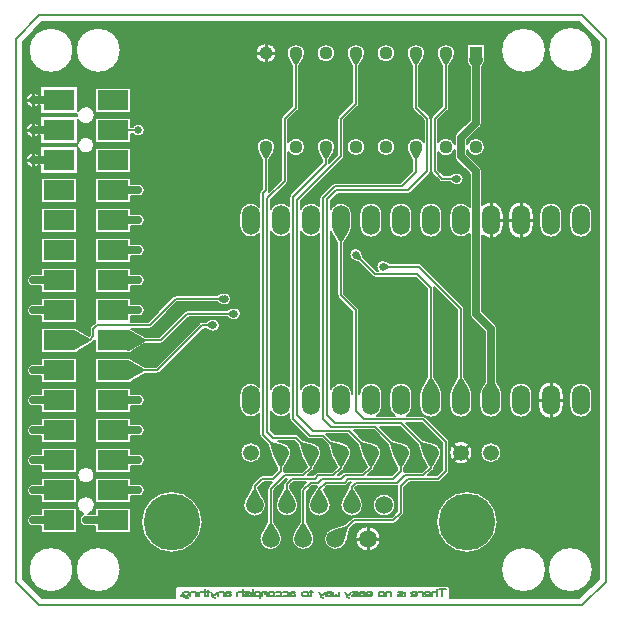
<source format=gbr>
G04 DesignSpark PCB PRO Gerber Version 10.0 Build 5299*
G04 #@! TF.Part,Single*
G04 #@! TF.FileFunction,Copper,L2,Bot*
G04 #@! TF.FilePolarity,Positive*
%FSLAX35Y35*%
%MOIN*%
G04 #@! TA.AperFunction,ComponentPad*
%ADD74O,0.06000X0.09937*%
%ADD132R,0.04449X0.04449*%
G04 #@! TD.AperFunction*
%ADD10C,0.00500*%
%ADD22C,0.00602*%
%ADD24C,0.01000*%
%ADD23C,0.01500*%
%ADD25C,0.02500*%
G04 #@! TA.AperFunction,ViaPad*
%ADD27C,0.02677*%
%ADD26C,0.03200*%
G04 #@! TA.AperFunction,ComponentPad*
%ADD133C,0.04449*%
%ADD123C,0.05276*%
%ADD28C,0.05906*%
%ADD29C,0.18898*%
G04 #@! TA.AperFunction,SMDPad,CuDef*
%ADD72R,0.10236X0.06693*%
G04 #@! TD.AperFunction*
X0Y0D02*
D02*
D10*
X39293Y302943D02*
Y123885D01*
X45721Y117457D01*
X89841D01*
Y120260D01*
G75*
G02*
X91091Y121510I1250J0D01*
G01*
X180552D01*
G75*
G02*
X181802Y120260I0J-1250D01*
G01*
Y117457D01*
X224779D01*
X231207Y123885D01*
Y302943D01*
X224779Y309370D01*
X45721D01*
X39293Y302943D01*
X56882Y300027D02*
G75*
G02*
X71867I7493J0D01*
G01*
G75*
G02*
X56882I-7493J0D01*
G01*
X77133Y225516D02*
G75*
G02*
X79941Y223414I617J-2102D01*
G01*
G75*
G02*
X77133Y221311I-2191J0D01*
G01*
X75276D01*
Y219215D01*
X63335D01*
Y227613D01*
X75276D01*
Y225516D01*
X77133D01*
Y235516D02*
G75*
G02*
X79941Y233414I617J-2102D01*
G01*
G75*
G02*
X77133Y231311I-2191J0D01*
G01*
X75276D01*
Y229215D01*
X63335D01*
Y237613D01*
X75276D01*
Y235516D01*
X77133D01*
Y245516D02*
G75*
G02*
X79941Y243414I617J-2102D01*
G01*
G75*
G02*
X77133Y241311I-2191J0D01*
G01*
X75276D01*
Y239215D01*
X63335D01*
Y247613D01*
X75276D01*
Y245516D01*
X77133D01*
Y255516D02*
G75*
G02*
X79941Y253414I617J-2102D01*
G01*
G75*
G02*
X77133Y251311I-2191J0D01*
G01*
X75276D01*
Y249215D01*
X63335D01*
Y257613D01*
X75276D01*
Y255516D01*
X77133D01*
X63335Y267613D02*
X75276D01*
Y259215D01*
X63335D01*
Y267613D01*
X75887Y274567D02*
G75*
G02*
X79941Y273414I1863J-1154D01*
G01*
G75*
G02*
X75887Y272260I-2191J0D01*
G01*
X75276D01*
Y269215D01*
X63335D01*
Y277613D01*
X75276D01*
Y274567D01*
X75887D01*
X63335Y287613D02*
X75276D01*
Y279215D01*
X63335D01*
Y287613D01*
X180993Y170359D02*
G75*
G02*
X181333Y169542I-814J-817D01*
G01*
Y159664D01*
G75*
G02*
X180993Y158847I-1154J0D01*
G01*
X178496Y156350D01*
G75*
G02*
X177679Y156010I-817J814D01*
G01*
X168224D01*
X166404Y154190D01*
Y145914D01*
G75*
G02*
X166064Y145097I-1154J0D01*
G01*
X163567Y142600D01*
G75*
G02*
X162750Y142260I-817J814D01*
G01*
X150128D01*
X148253Y140385D01*
X147154Y136286D01*
G75*
G02*
X139663Y137233I-3685J947D01*
G01*
G75*
G02*
X142522Y140918I3805J0D01*
G01*
X146621Y142017D01*
X148833Y144228D01*
G75*
G02*
X149650Y144567I817J-814D01*
G01*
X162272D01*
X164096Y146392D01*
Y154668D01*
G75*
G02*
X164100Y154765I1153J2D01*
G01*
G75*
G02*
X164000Y154760I-100J1148D01*
G01*
X150728D01*
X150016Y154048D01*
Y154026D01*
X152141Y150345D01*
G75*
G02*
X148862Y144609I-3279J-1931D01*
G01*
G75*
G02*
X145583Y150345I0J3805D01*
G01*
X147709Y154026D01*
Y154526D01*
G75*
G02*
X148048Y155343I1154J0D01*
G01*
X148715Y156010D01*
X148228D01*
X147317Y155100D01*
G75*
G02*
X146500Y154760I-817J814D01*
G01*
X140728D01*
X139508Y153541D01*
X141354Y150345D01*
G75*
G02*
X138075Y144609I-3279J-1931D01*
G01*
G75*
G02*
X134796Y150345I0J3805D01*
G01*
X137006Y154172D01*
G75*
G02*
X137261Y154556I1069J-434D01*
G01*
X137465Y154760D01*
X135728D01*
X133835Y152867D01*
Y142844D01*
X135960Y139164D01*
G75*
G02*
X132681Y133428I-3279J-1931D01*
G01*
G75*
G02*
X129402Y139164I0J3805D01*
G01*
X131528Y142844D01*
Y153345D01*
G75*
G02*
X131867Y154162I1154J0D01*
G01*
X133715Y156010D01*
X129478D01*
X128441Y154973D01*
Y154026D01*
X130566Y150345D01*
G75*
G02*
X127287Y144609I-3279J-1931D01*
G01*
G75*
G02*
X124009Y150345I0J3805D01*
G01*
X126134Y154026D01*
Y155451D01*
G75*
G02*
X126473Y156268I1154J0D01*
G01*
X127465Y157260D01*
X126978D01*
X123047Y153330D01*
Y142844D01*
X125172Y139164D01*
G75*
G02*
X121894Y133428I-3279J-1931D01*
G01*
G75*
G02*
X118615Y139164I0J3805D01*
G01*
X120740Y142844D01*
Y153807D01*
G75*
G02*
X121080Y154624I1154J0D01*
G01*
X122465Y156010D01*
X119478D01*
X117654Y154186D01*
Y154026D01*
X119779Y150345D01*
G75*
G02*
X116500Y144609I-3279J-1931D01*
G01*
G75*
G02*
X113221Y150345I0J3805D01*
G01*
X115346Y154026D01*
Y154664D01*
G75*
G02*
X115686Y155481I1154J0D01*
G01*
X118183Y157978D01*
G75*
G02*
X119000Y158317I817J-814D01*
G01*
X122272D01*
X124096Y160142D01*
Y160932D01*
X122231Y164162D01*
G75*
G02*
X121883Y164994I3019J1752D01*
G01*
X121879Y165010D01*
X120911Y168622D01*
X118460Y171073D01*
G75*
G02*
X118122Y171889I816J816D01*
G01*
Y178878D01*
G75*
G02*
X111398Y181445I-2872J2567D01*
G01*
Y185382D01*
G75*
G02*
X118122Y187950I3852J0D01*
G01*
Y238878D01*
G75*
G02*
X111398Y241445I-2872J2567D01*
G01*
Y245382D01*
G75*
G02*
X118122Y247950I3852J0D01*
G01*
Y252437D01*
G75*
G02*
Y252439I364J1D01*
G01*
Y252439D01*
G75*
G02*
X118459Y253254I1154J0D01*
G01*
X119095Y253891D01*
Y263631D01*
X117598Y266224D01*
G75*
G02*
X117173Y267784I2653J1559D01*
G01*
G75*
G02*
X123327I3077J0D01*
G01*
G75*
G02*
X122902Y266224I-3077J0D01*
G01*
X121402Y263626D01*
Y253416D01*
G75*
G02*
Y253414I-364J-1D01*
G01*
Y253414D01*
G75*
G02*
X121154Y252699I-1154J0D01*
G01*
X125346Y256892D01*
Y277164D01*
G75*
G02*
X125686Y277981I1154J0D01*
G01*
X129096Y281392D01*
Y294889D01*
X127598Y297484D01*
G75*
G02*
X127173Y299044I2653J1559D01*
G01*
G75*
G02*
X133327I3077J0D01*
G01*
G75*
G02*
X132902Y297484I-3077J0D01*
G01*
X131404Y294889D01*
Y280914D01*
G75*
G02*
X131064Y280097I-1154J0D01*
G01*
X127654Y276686D01*
Y269435D01*
G75*
G02*
X133327Y267784I2596J-1651D01*
G01*
G75*
G02*
X127654Y266133I-3077J0D01*
G01*
Y256414D01*
G75*
G02*
X127314Y255597I-1154J0D01*
G01*
X121904Y250186D01*
Y247290D01*
G75*
G02*
X128096Y247979I3347J-1908D01*
G01*
Y251164D01*
G75*
G02*
X128436Y251981I1154J0D01*
G01*
X139096Y262642D01*
Y263629D01*
X137598Y266224D01*
G75*
G02*
X137173Y267784I2653J1559D01*
G01*
G75*
G02*
X143327I3077J0D01*
G01*
G75*
G02*
X142902Y266224I-3077J0D01*
G01*
X141404Y263629D01*
Y262449D01*
X144096Y265142D01*
Y277164D01*
G75*
G02*
X144436Y277981I1154J0D01*
G01*
X149096Y282642D01*
Y294889D01*
X147598Y297484D01*
G75*
G02*
X147173Y299044I2653J1559D01*
G01*
G75*
G02*
X153327I3077J0D01*
G01*
G75*
G02*
X152902Y297484I-3077J0D01*
G01*
X151404Y294889D01*
Y282164D01*
G75*
G02*
X151064Y281347I-1154J0D01*
G01*
X146404Y276686D01*
Y264664D01*
G75*
G02*
X146064Y263847I-1154J0D01*
G01*
X131904Y249686D01*
Y247290D01*
G75*
G02*
X138096Y247979I3347J-1908D01*
G01*
Y250664D01*
G75*
G02*
X138436Y251481I1154J0D01*
G01*
X142433Y255478D01*
G75*
G02*
X143250Y255817I817J-814D01*
G01*
X165022D01*
X169096Y259892D01*
Y263629D01*
X167598Y266224D01*
G75*
G02*
X172846Y269435I2652J1559D01*
G01*
Y276686D01*
X169436Y280097D01*
G75*
G02*
X169096Y280914I814J817D01*
G01*
Y294889D01*
X167598Y297484D01*
G75*
G02*
X167173Y299044I2653J1559D01*
G01*
G75*
G02*
X173327I3077J0D01*
G01*
G75*
G02*
X172902Y297484I-3077J0D01*
G01*
X171404Y294889D01*
Y281392D01*
X174814Y277981D01*
G75*
G02*
X175154Y277164I-814J-817D01*
G01*
Y259664D01*
G75*
G02*
X174814Y258847I-1154J0D01*
G01*
X168567Y252600D01*
G75*
G02*
X167750Y252260I-817J814D01*
G01*
X144228D01*
X141904Y249936D01*
Y247291D01*
G75*
G02*
X149102Y245382I3346J-1908D01*
G01*
Y241445D01*
G75*
G02*
X148594Y239533I-3853J0D01*
G01*
G75*
G02*
X148586Y239519I-1081J609D01*
G01*
X146404Y235739D01*
Y218892D01*
X151064Y214231D01*
G75*
G02*
X151404Y213414I-814J-817D01*
G01*
Y185588D01*
G75*
G02*
X159103Y185382I3847J-206D01*
G01*
Y181445D01*
G75*
G02*
X157204Y178125I-3852J0D01*
G01*
X163297D01*
G75*
G02*
X161398Y181445I1953J3320D01*
G01*
Y185382D01*
G75*
G02*
X169103I3852J0D01*
G01*
Y181445D01*
G75*
G02*
X167204Y178125I-3852J0D01*
G01*
X172750D01*
G75*
G02*
X173567Y177785I0J-1154D01*
G01*
X180993Y170359D01*
X147173Y267784D02*
G75*
G02*
X153327I3077J0D01*
G01*
G75*
G02*
X147173I-3077J0D01*
G01*
X171398Y245382D02*
G75*
G02*
X179103I3852J0D01*
G01*
Y241445D01*
G75*
G02*
X171398I-3852J0D01*
G01*
Y245382D01*
X151398D02*
G75*
G02*
X159103I3852J0D01*
G01*
Y241445D01*
G75*
G02*
X151398I-3852J0D01*
G01*
Y245382D01*
X188571Y187335D02*
G75*
G02*
X189102Y185382I-3321J-1953D01*
G01*
Y181445D01*
G75*
G02*
X181398I-3852J0D01*
G01*
Y185382D01*
G75*
G02*
X181929Y187335I3853J0D01*
G01*
X184096Y191089D01*
Y213436D01*
X176376Y221156D01*
G75*
G02*
X176402Y220914I-1128J-242D01*
G01*
Y191091D01*
X178571Y187335D01*
G75*
G02*
X179102Y185382I-3321J-1953D01*
G01*
Y181445D01*
G75*
G02*
X171398I-3852J0D01*
G01*
Y185382D01*
G75*
G02*
X171929Y187335I3853J0D01*
G01*
X174095Y191086D01*
Y220436D01*
X170272Y224260D01*
X156750D01*
G75*
G02*
X155933Y224600I0J1154D01*
G01*
X151120Y229413D01*
X149710Y229791D01*
G75*
G02*
X148059Y231914I540J2123D01*
G01*
G75*
G02*
X152373Y232454I2191J0D01*
G01*
X152751Y231044D01*
X157228Y226567D01*
X157522D01*
G75*
G02*
X160326Y229822I1728J1346D01*
G01*
G75*
G02*
X160345Y229811I-575J-1044D01*
G01*
X161634Y229067D01*
X171250D01*
G75*
G02*
X172067Y228728I0J-1154D01*
G01*
X186064Y214731D01*
G75*
G02*
X186404Y213914I-814J-817D01*
G01*
Y191089D01*
X188571Y187335D01*
X181362Y165914D02*
G75*
G02*
X189138I3888J0D01*
G01*
G75*
G02*
X181362I-3888J0D01*
G01*
X161398Y245382D02*
G75*
G02*
X169103I3852J0D01*
G01*
Y241445D01*
G75*
G02*
X161398I-3852J0D01*
G01*
Y245382D01*
X187268Y153124D02*
G75*
G02*
X197569Y142823I0J-10301D01*
G01*
G75*
G02*
X187268Y132522I-10301J0D01*
G01*
G75*
G02*
X176967Y142823I0J10301D01*
G01*
G75*
G02*
X187268Y153124I10301J0D01*
G01*
X150053Y137233D02*
G75*
G02*
X158459I4203J0D01*
G01*
G75*
G02*
X150053I-4203J0D01*
G01*
X159650Y152219D02*
G75*
G02*
X163455Y148414I0J-3805D01*
G01*
G75*
G02*
X159650Y144609I-3805J0D01*
G01*
G75*
G02*
X155844Y148414I0J3805D01*
G01*
G75*
G02*
X159650Y152219I3805J0D01*
G01*
X111760Y165914D02*
G75*
G02*
X118740I3490J0D01*
G01*
G75*
G02*
X111760I-3490J0D01*
G01*
X116776Y299044D02*
G75*
G02*
X123724I3474J0D01*
G01*
G75*
G02*
X116776I-3474J0D01*
G01*
X137173D02*
G75*
G02*
X143327I3077J0D01*
G01*
G75*
G02*
X137173I-3077J0D01*
G01*
X157173Y267784D02*
G75*
G02*
X163327I3077J0D01*
G01*
G75*
G02*
X157173I-3077J0D01*
G01*
Y299044D02*
G75*
G02*
X163327I3077J0D01*
G01*
G75*
G02*
X157173I-3077J0D01*
G01*
X192352Y248491D02*
G75*
G02*
X199500Y245382I2898J-3109D01*
G01*
Y241445D01*
G75*
G02*
X192352Y238337I-4250J0D01*
G01*
Y213035D01*
X196736Y208651D01*
G75*
G02*
X197352Y207164I-1486J-1487D01*
G01*
Y189446D01*
X198571Y187335D01*
G75*
G02*
X199102Y185383I-3322J-1952D01*
G01*
Y181445D01*
G75*
G02*
X191398I-3852J0D01*
G01*
Y185383D01*
G75*
G02*
X191929Y187335I3853J0D01*
G01*
X193148Y189446D01*
Y206293D01*
X188764Y210677D01*
G75*
G02*
X188148Y212164I1486J1487D01*
G01*
Y238906D01*
G75*
G02*
X181398Y241445I-2897J2539D01*
G01*
Y245382D01*
G75*
G02*
X188148Y247921I3852J0D01*
G01*
Y258793D01*
X183764Y263177D01*
G75*
G02*
X183148Y264664I1486J1487D01*
G01*
Y266749D01*
G75*
G02*
X177654Y266133I-2898J1035D01*
G01*
Y260142D01*
X179478Y258317D01*
X181616D01*
X182905Y259061D01*
G75*
G02*
X182924Y259072I594J-1034D01*
G01*
G75*
G02*
X186191Y257164I1076J-1908D01*
G01*
G75*
G02*
X182924Y255256I-2191J0D01*
G01*
G75*
G02*
X182905Y255266I575J1044D01*
G01*
X181616Y256010D01*
X179000D01*
G75*
G02*
X178183Y256350I0J1154D01*
G01*
X175686Y258847D01*
G75*
G02*
X175346Y259664I814J817D01*
G01*
Y277164D01*
G75*
G02*
X175686Y277981I1154J0D01*
G01*
X179096Y281392D01*
Y294889D01*
X177598Y297484D01*
G75*
G02*
X177173Y299044I2653J1559D01*
G01*
G75*
G02*
X183327I3077J0D01*
G01*
G75*
G02*
X182902Y297484I-3077J0D01*
G01*
X181404Y294889D01*
Y280914D01*
G75*
G02*
X181064Y280097I-1154J0D01*
G01*
X177654Y276686D01*
Y269435D01*
G75*
G02*
X183148Y268819I2596J-1651D01*
G01*
Y270914D01*
G75*
G02*
X183764Y272401I2102J0D01*
G01*
X188148Y276785D01*
Y294568D01*
X187455Y295768D01*
G75*
G02*
X187354Y295967I1822J1052D01*
G01*
X187173D01*
Y296793D01*
G75*
G02*
Y296806I2243J7D01*
G01*
G75*
G02*
Y296819I2177J7D01*
G01*
G75*
G02*
Y296833I2243J7D01*
G01*
G75*
G02*
Y296846I2177J7D01*
G01*
Y302120D01*
X193327D01*
Y296846D01*
G75*
G02*
Y296833I-2177J-6D01*
G01*
G75*
G02*
Y296819I-2243J-7D01*
G01*
G75*
G02*
Y296806I-2177J-6D01*
G01*
G75*
G02*
Y296793I-2243J-7D01*
G01*
Y295967D01*
X193146D01*
G75*
G02*
X193045Y295768I-1923J854D01*
G01*
X192352Y294568D01*
Y275914D01*
G75*
G02*
X191736Y274427I-2102J0D01*
G01*
X187352Y270043D01*
Y268819D01*
G75*
G02*
X193327Y267784I2898J-1035D01*
G01*
G75*
G02*
X187352Y266749I-3077J0D01*
G01*
Y265535D01*
X191736Y261151D01*
G75*
G02*
X192352Y259664I-1486J-1487D01*
G01*
Y248491D01*
X191760Y165914D02*
G75*
G02*
X198740I3490J0D01*
G01*
G75*
G02*
X191760I-3490J0D01*
G01*
X198631Y126925D02*
G75*
G02*
X213616I7493J0D01*
G01*
G75*
G02*
X198631I-7493J0D01*
G01*
X198624Y300027D02*
G75*
G02*
X213609I7493J0D01*
G01*
G75*
G02*
X198624I-7493J0D01*
G01*
X201000Y245382D02*
G75*
G02*
X209500I4250J0D01*
G01*
Y241445D01*
G75*
G02*
X201000I-4250J0D01*
G01*
Y245382D01*
X201398Y185382D02*
G75*
G02*
X209103I3852J0D01*
G01*
Y181445D01*
G75*
G02*
X201398I-3852J0D01*
G01*
Y185382D01*
X211000D02*
G75*
G02*
X219500I4250J0D01*
G01*
Y181445D01*
G75*
G02*
X211000I-4250J0D01*
G01*
Y185382D01*
X214246Y126925D02*
G75*
G02*
X229231I7493J0D01*
G01*
G75*
G02*
X214246I-7493J0D01*
G01*
X211398Y245382D02*
G75*
G02*
X219103I3852J0D01*
G01*
Y241445D01*
G75*
G02*
X211398I-3852J0D01*
G01*
Y245382D01*
X214371Y300277D02*
G75*
G02*
X229356I7493J0D01*
G01*
G75*
G02*
X214371I-7493J0D01*
G01*
X221398Y185382D02*
G75*
G02*
X229103I3852J0D01*
G01*
Y181445D01*
G75*
G02*
X221398I-3852J0D01*
G01*
Y185382D01*
Y245382D02*
G75*
G02*
X229103I3852J0D01*
G01*
Y241445D01*
G75*
G02*
X221398I-3852J0D01*
G01*
Y245382D01*
X57563Y279788D02*
G75*
G02*
X63268Y278414I2687J-1374D01*
G01*
G75*
G02*
X57563Y277039I-3018J0D01*
G01*
Y269274D01*
G75*
G02*
X63071Y268414I2687J-860D01*
G01*
G75*
G02*
X57563Y267554I-2821J0D01*
G01*
Y258817D01*
X44827D01*
Y261869D01*
G75*
G02*
X40161Y263414I-2077J1545D01*
G01*
G75*
G02*
X44827Y264959I2589J0D01*
G01*
Y268010D01*
X57458D01*
G75*
G02*
X57429Y268414I2792J404D01*
G01*
G75*
G02*
X57458Y268817I2821J-1D01*
G01*
X44827D01*
Y271869D01*
G75*
G02*
X40161Y273414I-2077J1545D01*
G01*
G75*
G02*
X44827Y274959I2589J0D01*
G01*
Y278010D01*
X57259D01*
G75*
G02*
Y278817I2991J404D01*
G01*
X44827D01*
Y281869D01*
G75*
G02*
X40161Y283414I-2077J1545D01*
G01*
G75*
G02*
X44827Y284959I2589J0D01*
G01*
Y288010D01*
X57563D01*
Y279788D01*
X45225Y237613D02*
X57166D01*
Y229215D01*
X45225D01*
Y237613D01*
Y247613D02*
X57166D01*
Y239215D01*
X45225D01*
Y247613D01*
Y257613D02*
X57166D01*
Y249215D01*
X45225D01*
Y257613D01*
Y147613D02*
X57166D01*
Y139215D01*
X45225D01*
Y141311D01*
X43367D01*
G75*
G02*
X40559Y143414I-617J2102D01*
G01*
G75*
G02*
X43367Y145516I2191J0D01*
G01*
X45225D01*
Y147613D01*
X56869Y126925D02*
G75*
G02*
X71854I7493J0D01*
G01*
G75*
G02*
X56869I-7493J0D01*
G01*
X41144D02*
G75*
G02*
X56129I7493J0D01*
G01*
G75*
G02*
X41144I-7493J0D01*
G01*
X45225Y157613D02*
X57166D01*
Y149215D01*
X45225D01*
Y151311D01*
X43367D01*
G75*
G02*
X40559Y153414I-617J2102D01*
G01*
G75*
G02*
X43367Y155516I2191J0D01*
G01*
X45225D01*
Y157613D01*
Y167613D02*
X57166D01*
Y159215D01*
X45225D01*
Y161311D01*
X43367D01*
G75*
G02*
X40559Y163414I-617J2102D01*
G01*
G75*
G02*
X43367Y165516I2191J0D01*
G01*
X45225D01*
Y167613D01*
Y177613D02*
X57166D01*
Y169215D01*
X45225D01*
Y171311D01*
X43367D01*
G75*
G02*
X40559Y173414I-617J2102D01*
G01*
G75*
G02*
X43367Y175516I2191J0D01*
G01*
X45225D01*
Y177613D01*
Y187613D02*
X57166D01*
Y179215D01*
X45225D01*
Y181311D01*
X43367D01*
G75*
G02*
X40559Y183414I-617J2102D01*
G01*
G75*
G02*
X43367Y185516I2191J0D01*
G01*
X45225D01*
Y187613D01*
Y197613D02*
X57166D01*
Y189215D01*
X45225D01*
Y191311D01*
X43367D01*
G75*
G02*
X40559Y193414I-617J2102D01*
G01*
G75*
G02*
X43367Y195516I2191J0D01*
G01*
X45225D01*
Y197613D01*
Y217613D02*
X57166D01*
Y209215D01*
X45225D01*
Y211311D01*
X43367D01*
G75*
G02*
X40559Y213414I-617J2102D01*
G01*
G75*
G02*
X43367Y215516I2191J0D01*
G01*
X45225D01*
Y217613D01*
X108674Y214072D02*
G75*
G02*
X111941Y212164I1076J-1908D01*
G01*
G75*
G02*
X108674Y210256I-2191J0D01*
G01*
G75*
G02*
X108655Y210266I575J1044D01*
G01*
X107366Y211010D01*
X94478D01*
X86067Y202600D01*
G75*
G02*
X85250Y202260I-817J814D01*
G01*
X80033D01*
G75*
G02*
X79722Y202026I-1113J1154D01*
G01*
X75276Y199459D01*
Y199215D01*
X74442D01*
G75*
G02*
X74405I-19J1611D01*
G01*
X63335D01*
Y203617D01*
X62623Y202905D01*
G75*
G02*
X62164Y202415I-1035J509D01*
G01*
X57165Y199529D01*
Y199215D01*
X45224D01*
Y207613D01*
X57165D01*
Y207299D01*
X61342Y204887D01*
X61596Y205142D01*
Y207164D01*
G75*
G02*
X61936Y207981I1154J0D01*
G01*
X63183Y209228D01*
G75*
G02*
X63335Y209356I817J-814D01*
G01*
Y217613D01*
X75276D01*
Y215516D01*
X77133D01*
G75*
G02*
X79941Y213414I617J-2102D01*
G01*
G75*
G02*
X77133Y211311I-2191J0D01*
G01*
X75276D01*
Y209567D01*
X81022D01*
X89433Y217978D01*
G75*
G02*
X90250Y218317I817J-814D01*
G01*
X104116D01*
X105405Y219061D01*
G75*
G02*
X105424Y219072I594J-1034D01*
G01*
G75*
G02*
X108691Y217164I1076J-1908D01*
G01*
G75*
G02*
X105424Y215256I-2191J0D01*
G01*
G75*
G02*
X105405Y215266I575J1044D01*
G01*
X104116Y216010D01*
X90728D01*
X82317Y207600D01*
G75*
G02*
X81500Y207260I-817J814D01*
G01*
X75463D01*
X79722Y204802D01*
G75*
G02*
X80033Y204567I-802J-1388D01*
G01*
X84772D01*
X93183Y212978D01*
G75*
G02*
X94000Y213317I817J-814D01*
G01*
X107366D01*
X108655Y214061D01*
G75*
G02*
X108674Y214072I594J-1034D01*
G01*
X101674Y210322D02*
G75*
G02*
X104941Y208414I1076J-1908D01*
G01*
G75*
G02*
X101674Y206506I-2191J0D01*
G01*
G75*
G02*
X101655Y206516I575J1044D01*
G01*
X100366Y207260D01*
X99478D01*
X84817Y192600D01*
G75*
G02*
X84000Y192260I-817J814D01*
G01*
X80006D01*
X75276Y189529D01*
Y189215D01*
X63335D01*
Y197613D01*
X75276D01*
Y197299D01*
X80006Y194567D01*
X83522D01*
X98183Y209228D01*
G75*
G02*
X99000Y209567I817J-814D01*
G01*
X100366D01*
X101655Y210311D01*
G75*
G02*
X101674Y210322I594J-1034D01*
G01*
X77133Y155516D02*
G75*
G02*
X79941Y153414I617J-2102D01*
G01*
G75*
G02*
X77133Y151311I-2191J0D01*
G01*
X75276D01*
Y149215D01*
X63335D01*
Y157613D01*
X75276D01*
Y155516D01*
X77133D01*
X88882Y153124D02*
G75*
G02*
X99183Y142823I0J-10301D01*
G01*
G75*
G02*
X88882Y132522I-10301J0D01*
G01*
G75*
G02*
X78581Y142823I0J10301D01*
G01*
G75*
G02*
X88882Y153124I10301J0D01*
G01*
X77133Y165516D02*
G75*
G02*
X79941Y163414I617J-2102D01*
G01*
G75*
G02*
X77133Y161311I-2191J0D01*
G01*
X75276D01*
Y159215D01*
X63335D01*
Y167613D01*
X75276D01*
Y165516D01*
X77133D01*
Y175516D02*
G75*
G02*
X79941Y173414I617J-2102D01*
G01*
G75*
G02*
X77133Y171311I-2191J0D01*
G01*
X75276D01*
Y169215D01*
X63335D01*
Y177613D01*
X75276D01*
Y175516D01*
X77133D01*
Y185516D02*
G75*
G02*
X79941Y183414I617J-2102D01*
G01*
G75*
G02*
X77133Y181311I-2191J0D01*
G01*
X75276D01*
Y179215D01*
X63335D01*
Y187613D01*
X75276D01*
Y185516D01*
X77133D01*
X63335Y147613D02*
X75276D01*
Y139215D01*
X63335D01*
Y141311D01*
X60867D01*
G75*
G02*
X59530Y145483I-617J2102D01*
G01*
G75*
G02*
X57232Y148414I720J2931D01*
G01*
G75*
G02*
X63268I3018J0D01*
G01*
G75*
G02*
X61093Y145516I-3018J0D01*
G01*
X63335D01*
Y147613D01*
X57429Y158414D02*
G75*
G02*
X63071I2821J0D01*
G01*
G75*
G02*
X57429I-2821J0D01*
G01*
X45225Y227613D02*
X57166D01*
Y219215D01*
X45225D01*
Y221311D01*
X43367D01*
G75*
G02*
X40559Y223414I-617J2102D01*
G01*
G75*
G02*
X43367Y225516I2191J0D01*
G01*
X45225D01*
Y227613D01*
X41145Y300029D02*
G75*
G02*
X56130I7493J0D01*
G01*
G75*
G02*
X41145I-7493J0D01*
G01*
X39543Y126925D02*
G36*
X39543Y126925D02*
Y123635D01*
X45471Y117707D01*
X89841D01*
Y120260D01*
G75*
G02*
X91091Y121510I1250J0D01*
G01*
X180552D01*
G75*
G02*
X181802Y120260I0J-1250D01*
G01*
Y117707D01*
X225029D01*
X230957Y123635D01*
Y126925D01*
X229231D01*
G75*
G02*
X214246I-7493J0D01*
G01*
X213616D01*
G75*
G02*
X198631I-7493J0D01*
G01*
X71854D01*
G75*
G02*
X56869I-7493J0D01*
G01*
X56129D01*
G75*
G02*
X41144I-7493J0D01*
G01*
X39543D01*
G37*
Y137233D02*
G36*
X39543Y137233D02*
Y126925D01*
X41144D01*
G75*
G02*
X56129I7493J0D01*
G01*
X56869D01*
G75*
G02*
X71854I7493J0D01*
G01*
X198631D01*
G75*
G02*
X213616I7493J0D01*
G01*
X214246D01*
G75*
G02*
X229231I7493J0D01*
G01*
X230957D01*
Y137233D01*
X195920D01*
G75*
G02*
X187268Y132522I-8653J5591D01*
G01*
G75*
G02*
X178616Y137233I1J10302D01*
G01*
X158459D01*
G75*
G02*
X150053I-4203J0D01*
G01*
X147408D01*
X147154Y136286D01*
G75*
G02*
X139663Y137233I-3685J947D01*
G01*
X136486D01*
G75*
G02*
X132681Y133428I-3805J0D01*
G01*
G75*
G02*
X128876Y137233I0J3805D01*
G01*
X125699D01*
G75*
G02*
X121894Y133428I-3805J0D01*
G01*
G75*
G02*
X118089Y137233I0J3805D01*
G01*
X97534D01*
G75*
G02*
X88882Y132522I-8653J5591D01*
G01*
G75*
G02*
X80230Y137233I1J10302D01*
G01*
X39543D01*
G37*
Y142823D02*
G36*
X39543Y142823D02*
Y137233D01*
X80230D01*
G75*
G02*
X78581Y142823I8653J5591D01*
G01*
X75276D01*
Y139215D01*
X63335D01*
Y141311D01*
X60867D01*
G75*
G02*
X58140Y142823I-617J2102D01*
G01*
X57166D01*
Y139215D01*
X45225D01*
Y141311D01*
X43367D01*
G75*
G02*
X40640Y142823I-617J2102D01*
G01*
X39543D01*
G37*
X99183D02*
G36*
X99183Y142823D02*
G75*
G02*
X97534Y137233I-10302J0D01*
G01*
X118089D01*
G75*
G02*
X118615Y139164I3806J0D01*
G01*
X120728Y142823D01*
X99183D01*
G37*
X123059D02*
G36*
X123059Y142823D02*
X125172Y139164D01*
G75*
G02*
X125699Y137233I-3279J-1931D01*
G01*
X128876D01*
G75*
G02*
X129402Y139164I3806J0D01*
G01*
X131515Y142823D01*
X123059D01*
G37*
X133847D02*
G36*
X133847Y142823D02*
X135960Y139164D01*
G75*
G02*
X136486Y137233I-3279J-1931D01*
G01*
X139663D01*
G75*
G02*
X142522Y140918I3806J0D01*
G01*
X146621Y142017D01*
X147428Y142823D01*
X133847D01*
G37*
X148253Y140385D02*
G36*
X148253Y140385D02*
X147408Y137233D01*
X150053D01*
G75*
G02*
X158459I4203J0D01*
G01*
X178616D01*
G75*
G02*
X176967Y142823I8653J5591D01*
G01*
X163791D01*
X163567Y142600D01*
G75*
G02*
X162750Y142260I-817J814D01*
G01*
X150128D01*
X148253Y140385D01*
G37*
X197569Y142823D02*
G36*
X197569Y142823D02*
G75*
G02*
X195920Y137233I-10302J0D01*
G01*
X230957D01*
Y142823D01*
X197569D01*
G37*
X39543Y148414D02*
G36*
X39543Y148414D02*
Y142823D01*
X40640D01*
G75*
G02*
X40559Y143414I2110J591D01*
G01*
G75*
G02*
X43367Y145516I2191J0D01*
G01*
X45225D01*
Y147613D01*
X57166D01*
Y142823D01*
X58140D01*
G75*
G02*
X58059Y143414I2110J591D01*
G01*
G75*
G02*
X59530Y145483I2191J0D01*
G01*
G75*
G02*
X57232Y148413I719J2930D01*
G01*
Y148414D01*
X39543D01*
G37*
X63268D02*
G36*
X63268Y148414D02*
G75*
G02*
X61093Y145516I-3019J0D01*
G01*
X63335D01*
Y147613D01*
X75276D01*
Y142823D01*
X78581D01*
G75*
G02*
X80230Y148414I10302J0D01*
G01*
X63268D01*
G37*
X97534D02*
G36*
X97534Y148414D02*
G75*
G02*
X99183Y142823I-8653J-5591D01*
G01*
X120728D01*
X120740Y142844D01*
Y148414D01*
X120305D01*
G75*
G02*
X116500Y144609I-3805J0D01*
G01*
G75*
G02*
X112695Y148414I0J3805D01*
G01*
X97534D01*
G37*
X123047D02*
G36*
X123047Y148414D02*
Y142844D01*
X123059Y142823D01*
X131515D01*
X131528Y142844D01*
Y148414D01*
X131093D01*
G75*
G02*
X127287Y144609I-3805J0D01*
G01*
G75*
G02*
X123482Y148414I0J3805D01*
G01*
X123047D01*
G37*
X133835D02*
G36*
X133835Y148414D02*
Y142844D01*
X133847Y142823D01*
X147428D01*
X148833Y144228D01*
G75*
G02*
X149650Y144567I817J-814D01*
G01*
X162272D01*
X164096Y146392D01*
Y148414D01*
X163455D01*
G75*
G02*
X159650Y144609I-3805J0D01*
G01*
G75*
G02*
X155844Y148414I0J3805D01*
G01*
X152667D01*
G75*
G02*
X148862Y144609I-3805J0D01*
G01*
G75*
G02*
X145057Y148414I0J3805D01*
G01*
X141880D01*
G75*
G02*
X138075Y144609I-3805J0D01*
G01*
G75*
G02*
X134270Y148414I0J3805D01*
G01*
X133835D01*
G37*
X166064Y145097D02*
G36*
X166064Y145097D02*
X163791Y142823D01*
X176967D01*
G75*
G02*
X178616Y148414I10302J0D01*
G01*
X166404D01*
Y145914D01*
G75*
G02*
X166064Y145097I-1154J0D01*
G01*
G37*
X195920Y148414D02*
G36*
X195920Y148414D02*
G75*
G02*
X197569Y142823I-8653J-5591D01*
G01*
X230957D01*
Y148414D01*
X195920D01*
G37*
X39543Y153414D02*
G36*
X39543Y153414D02*
Y148414D01*
X57232D01*
G75*
G02*
X63268I3018J0D01*
G01*
X80230D01*
G75*
G02*
X88882Y153124I8653J-5591D01*
G01*
G75*
G02*
X97534Y148414I-1J-10302D01*
G01*
X112695D01*
G75*
G02*
X113221Y150345I3806J0D01*
G01*
X114993Y153414D01*
X79941D01*
G75*
G02*
X77133Y151311I-2191J0D01*
G01*
X75276D01*
Y149215D01*
X63335D01*
Y153414D01*
X57166D01*
Y149215D01*
X45225D01*
Y151311D01*
X43367D01*
G75*
G02*
X40559Y153414I-617J2102D01*
G01*
X39543D01*
G37*
X118007D02*
G36*
X118007Y153414D02*
X119779Y150345D01*
G75*
G02*
X120305Y148414I-3279J-1931D01*
G01*
X120740D01*
Y153414D01*
X118007D01*
G37*
X123047Y153330D02*
G36*
X123047Y153330D02*
Y148414D01*
X123482D01*
G75*
G02*
X124009Y150345I3806J0D01*
G01*
X125781Y153414D01*
X123131D01*
X123047Y153330D01*
G37*
X128794Y153414D02*
G36*
X128794Y153414D02*
X130566Y150345D01*
G75*
G02*
X131093Y148414I-3279J-1931D01*
G01*
X131528D01*
Y153345D01*
G75*
G02*
X131530Y153414I1154J2D01*
G01*
X128794D01*
G37*
X133835Y152867D02*
G36*
X133835Y152867D02*
Y148414D01*
X134270D01*
G75*
G02*
X134796Y150345I3806J0D01*
G01*
X136568Y153414D01*
X134381D01*
X133835Y152867D01*
G37*
X139581Y153414D02*
G36*
X139581Y153414D02*
X141354Y150345D01*
G75*
G02*
X141880Y148414I-3279J-1931D01*
G01*
X145057D01*
G75*
G02*
X145583Y150345I3806J0D01*
G01*
X147356Y153414D01*
X139581D01*
G37*
X150369D02*
G36*
X150369Y153414D02*
X152141Y150345D01*
G75*
G02*
X152667Y148414I-3279J-1931D01*
G01*
X155844D01*
G75*
G02*
X159650Y152219I3805J0D01*
G01*
G75*
G02*
X163455Y148414I0J-3805D01*
G01*
X164096D01*
Y153414D01*
X150369D01*
G37*
X166404D02*
G36*
X166404Y153414D02*
Y148414D01*
X178616D01*
G75*
G02*
X187268Y153124I8653J-5591D01*
G01*
G75*
G02*
X195920Y148414I-1J-10302D01*
G01*
X230957D01*
Y153414D01*
X166404D01*
G37*
X39543Y158414D02*
G36*
X39543Y158414D02*
Y153414D01*
X40559D01*
G75*
G02*
X43367Y155516I2191J0D01*
G01*
X45225D01*
Y157613D01*
X57166D01*
Y153414D01*
X63335D01*
Y157613D01*
X75276D01*
Y155516D01*
X77133D01*
G75*
G02*
X79941Y153414I617J-2102D01*
G01*
X114993D01*
X115346Y154026D01*
Y154664D01*
G75*
G02*
X115686Y155481I1154J0D01*
G01*
X118183Y157978D01*
G75*
G02*
X119000Y158317I817J-814D01*
G01*
X122272D01*
X122369Y158414D01*
X63071D01*
G75*
G02*
X57429I-2821J0D01*
G01*
X39543D01*
G37*
X117654Y154186D02*
G36*
X117654Y154186D02*
Y154026D01*
X118007Y153414D01*
X120740D01*
Y153807D01*
G75*
G02*
X121080Y154624I1154J0D01*
G01*
X122465Y156010D01*
X119478D01*
X117654Y154186D01*
G37*
X123131Y153414D02*
G36*
X123131Y153414D02*
X125781D01*
X126134Y154026D01*
Y155451D01*
G75*
G02*
X126473Y156268I1154J0D01*
G01*
X127465Y157260D01*
X126978D01*
X123131Y153414D01*
G37*
X128441Y154973D02*
G36*
X128441Y154973D02*
Y154026D01*
X128794Y153414D01*
X131530D01*
G75*
G02*
X131867Y154162I1152J-69D01*
G01*
X133715Y156010D01*
X129478D01*
X128441Y154973D01*
G37*
X135728Y154760D02*
G36*
X135728Y154760D02*
X134381Y153414D01*
X136568D01*
X137006Y154172D01*
G75*
G02*
X137261Y154556I1063J-430D01*
G01*
X137465Y154760D01*
X135728D01*
G37*
X139508Y153541D02*
G36*
X139508Y153541D02*
X139581Y153414D01*
X147356D01*
X147709Y154026D01*
Y154526D01*
G75*
G02*
X148048Y155343I1154J0D01*
G01*
X148715Y156010D01*
X148228D01*
X147317Y155100D01*
G75*
G02*
X146500Y154760I-817J814D01*
G01*
X140728D01*
X139508Y153541D01*
G37*
X150016Y154048D02*
G36*
X150016Y154048D02*
Y154026D01*
X150369Y153414D01*
X164096D01*
Y154668D01*
G75*
G02*
Y154676I979J4D01*
G01*
G75*
G02*
X164100Y154765I998J0D01*
G01*
G75*
G02*
X164000Y154760I-105J1269D01*
G01*
X150728D01*
X150016Y154048D01*
G37*
X166404Y154190D02*
G36*
X166404Y154190D02*
Y153414D01*
X230957D01*
Y158414D01*
X180560D01*
X178496Y156350D01*
G75*
G02*
X177679Y156010I-817J814D01*
G01*
X168224D01*
X166404Y154190D01*
G37*
X39543Y165914D02*
G36*
X39543Y165914D02*
Y158414D01*
X57429D01*
G75*
G02*
X63071I2821J0D01*
G01*
X122369D01*
X124096Y160142D01*
Y160932D01*
X122231Y164162D01*
G75*
G02*
X121883Y164994I3003J1745D01*
G01*
X121879Y165010D01*
X121637Y165914D01*
X118740D01*
G75*
G02*
X111760I-3490J0D01*
G01*
X75276D01*
Y165516D01*
X77133D01*
G75*
G02*
X79941Y163414I617J-2102D01*
G01*
G75*
G02*
X77133Y161311I-2191J0D01*
G01*
X75276D01*
Y159215D01*
X63335D01*
Y165914D01*
X57166D01*
Y159215D01*
X45225D01*
Y161311D01*
X43367D01*
G75*
G02*
X40559Y163414I-617J2102D01*
G01*
G75*
G02*
X43367Y165516I2191J0D01*
G01*
X45225D01*
Y165914D01*
X39543D01*
G37*
X180993Y158847D02*
G36*
X180993Y158847D02*
X180560Y158414D01*
X230957D01*
Y165914D01*
X198740D01*
G75*
G02*
X191760I-3490J0D01*
G01*
X189138D01*
G75*
G02*
X181362I-3888J0D01*
G01*
X181333D01*
Y159664D01*
G75*
G02*
X180993Y158847I-1154J0D01*
G01*
G37*
X39543Y173414D02*
G36*
X39543Y173414D02*
Y165914D01*
X45225D01*
Y167613D01*
X57166D01*
Y165914D01*
X63335D01*
Y167613D01*
X75276D01*
Y165914D01*
X111760D01*
G75*
G02*
X118740I3490J0D01*
G01*
X121637D01*
X120911Y168622D01*
X118460Y171073D01*
G75*
G02*
X118122Y171889I817J816D01*
G01*
Y173414D01*
X79941D01*
G75*
G02*
X77133Y171311I-2191J0D01*
G01*
X75276D01*
Y169215D01*
X63335D01*
Y173414D01*
X57166D01*
Y169215D01*
X45225D01*
Y171311D01*
X43367D01*
G75*
G02*
X40559Y173414I-617J2102D01*
G01*
X39543D01*
G37*
X177939D02*
G36*
X177939Y173414D02*
X180993Y170359D01*
G75*
G02*
X181333Y169542I-814J-817D01*
G01*
Y165914D01*
X181362D01*
G75*
G02*
X189138I3888J0D01*
G01*
X191760D01*
G75*
G02*
X198740I3490J0D01*
G01*
X230957D01*
Y173414D01*
X177939D01*
G37*
X39543Y183414D02*
G36*
X39543Y183414D02*
Y173414D01*
X40559D01*
G75*
G02*
X43367Y175516I2191J0D01*
G01*
X45225D01*
Y177613D01*
X57166D01*
Y173414D01*
X63335D01*
Y177613D01*
X75276D01*
Y175516D01*
X77133D01*
G75*
G02*
X79941Y173414I617J-2102D01*
G01*
X118122D01*
Y178878D01*
G75*
G02*
X111398Y181445I-2872J2568D01*
G01*
Y183414D01*
X79941D01*
G75*
G02*
X77133Y181311I-2191J0D01*
G01*
X75276D01*
Y179215D01*
X63335D01*
Y183414D01*
X57166D01*
Y179215D01*
X45225D01*
Y181311D01*
X43367D01*
G75*
G02*
X40559Y183414I-617J2102D01*
G01*
X39543D01*
G37*
X159103D02*
G36*
X159103Y183414D02*
Y181445D01*
Y181445D01*
G75*
G02*
X157204Y178125I-3852J0D01*
G01*
X163297D01*
G75*
G02*
X161398Y181445I1953J3320D01*
G01*
Y181445D01*
Y183414D01*
X159103D01*
G37*
X169103D02*
G36*
X169103Y183414D02*
Y181445D01*
Y181445D01*
G75*
G02*
X167204Y178125I-3852J0D01*
G01*
X172750D01*
G75*
G02*
X173567Y177785I0J-1154D01*
G01*
X177939Y173414D01*
X230957D01*
Y183414D01*
X229103D01*
Y181445D01*
G75*
G02*
X221398I-3852J0D01*
G01*
Y183414D01*
X219500D01*
Y181445D01*
G75*
G02*
X211000I-4250J0D01*
G01*
Y183414D01*
X209103D01*
Y181445D01*
G75*
G02*
X201398I-3852J0D01*
G01*
Y183414D01*
X199102D01*
Y181445D01*
G75*
G02*
X191398I-3852J0D01*
G01*
Y183414D01*
X189102D01*
Y181445D01*
G75*
G02*
X181398I-3852J0D01*
G01*
Y183414D01*
X179102D01*
Y181445D01*
G75*
G02*
X171398I-3852J0D01*
G01*
Y183414D01*
X169103D01*
G37*
X39543Y193414D02*
G36*
X39543Y193414D02*
Y183414D01*
X40559D01*
G75*
G02*
X43367Y185516I2191J0D01*
G01*
X45225D01*
Y187613D01*
X57166D01*
Y183414D01*
X63335D01*
Y187613D01*
X75276D01*
Y185516D01*
X77133D01*
G75*
G02*
X79941Y183414I617J-2102D01*
G01*
X111398D01*
Y185382D01*
G75*
G02*
X118122Y187950I3852J0D01*
G01*
Y193414D01*
X85631D01*
X84817Y192600D01*
G75*
G02*
X84000Y192260I-817J814D01*
G01*
X80006D01*
X75276Y189529D01*
Y189215D01*
X63335D01*
Y193414D01*
X57166D01*
Y189215D01*
X45225D01*
Y191311D01*
X43367D01*
G75*
G02*
X40559Y193414I-617J2102D01*
G01*
X39543D01*
G37*
X151404D02*
G36*
X151404Y193414D02*
Y185588D01*
G75*
G02*
X159103Y185382I3847J-206D01*
G01*
Y183414D01*
X161398D01*
Y185382D01*
G75*
G02*
X169103I3852J0D01*
G01*
Y183414D01*
X171398D01*
Y185382D01*
G75*
G02*
X171929Y187335I3856J-1D01*
G01*
X174095Y191086D01*
Y193414D01*
X151404D01*
G37*
X176402D02*
G36*
X176402Y193414D02*
Y191091D01*
X178571Y187335D01*
G75*
G02*
X179102Y185382I-3324J-1954D01*
G01*
Y183414D01*
X181398D01*
Y185382D01*
G75*
G02*
X181929Y187335I3856J-1D01*
G01*
X184096Y191089D01*
Y193414D01*
X176402D01*
G37*
X186404D02*
G36*
X186404Y193414D02*
Y191089D01*
X188571Y187335D01*
G75*
G02*
X189102Y185382I-3324J-1954D01*
G01*
Y183414D01*
X191398D01*
Y185383D01*
G75*
G02*
X191929Y187335I3850J1D01*
G01*
X193148Y189446D01*
Y193414D01*
X186404D01*
G37*
X197352D02*
G36*
X197352Y193414D02*
Y189446D01*
X198571Y187335D01*
G75*
G02*
X199102Y185383I-3319J-1951D01*
G01*
Y183414D01*
X201398D01*
Y185382D01*
G75*
G02*
X209103I3852J0D01*
G01*
Y183414D01*
X211000D01*
Y185382D01*
G75*
G02*
X219500I4250J0D01*
G01*
Y183414D01*
X221398D01*
Y185382D01*
G75*
G02*
X229103I3852J0D01*
G01*
Y183414D01*
X230957D01*
Y193414D01*
X197352D01*
G37*
X39543Y213414D02*
G36*
X39543Y213414D02*
Y193414D01*
X40559D01*
G75*
G02*
X43367Y195516I2191J0D01*
G01*
X45225D01*
Y197613D01*
X57166D01*
Y193414D01*
X63335D01*
Y197613D01*
X75276D01*
Y197299D01*
X80006Y194567D01*
X83522D01*
X98183Y209228D01*
G75*
G02*
X99000Y209567I817J-814D01*
G01*
X100366D01*
X101655Y210311D01*
G75*
G02*
X101674Y210322I177J-293D01*
G01*
G75*
G02*
X104941Y208414I1076J-1909D01*
G01*
G75*
G02*
X101674Y206506I-2191J0D01*
G01*
G75*
G02*
X101655Y206516I158J304D01*
G01*
X100366Y207260D01*
X99478D01*
X85631Y193414D01*
X118122D01*
Y213414D01*
X111549D01*
G75*
G02*
X111941Y212164I-1800J-1250D01*
G01*
G75*
G02*
X108674Y210256I-2191J0D01*
G01*
G75*
G02*
X108655Y210266I158J304D01*
G01*
X107366Y211010D01*
X94478D01*
X86067Y202600D01*
G75*
G02*
X85250Y202260I-817J814D01*
G01*
X80033D01*
G75*
G02*
X79722Y202026I-1105J1143D01*
G01*
X75276Y199459D01*
Y199215D01*
X74442D01*
X74405D01*
X63335D01*
Y203617D01*
X62623Y202905D01*
G75*
G02*
X62164Y202415I-1036J510D01*
G01*
X57165Y199529D01*
Y199215D01*
X45224D01*
Y207613D01*
X57165D01*
Y207299D01*
X61342Y204887D01*
X61596Y205142D01*
Y207164D01*
G75*
G02*
X61936Y207981I1154J0D01*
G01*
X63183Y209228D01*
G75*
G02*
X63335Y209356I837J-837D01*
G01*
Y213414D01*
X57166D01*
Y209215D01*
X45225D01*
Y211311D01*
X43367D01*
G75*
G02*
X40559Y213414I-617J2102D01*
G01*
X39543D01*
G37*
X75276Y211311D02*
G36*
X75276Y211311D02*
Y209567D01*
X81022D01*
X84869Y213414D01*
X79941D01*
G75*
G02*
X77133Y211311I-2191J0D01*
G01*
X75276D01*
G37*
X75463Y207260D02*
G36*
X75463Y207260D02*
X79722Y204802D01*
G75*
G02*
X80033Y204567I-794J-1377D01*
G01*
X84772D01*
X93183Y212978D01*
G75*
G02*
X94000Y213317I817J-814D01*
G01*
X107366D01*
X107533Y213414D01*
X88131D01*
X82317Y207600D01*
G75*
G02*
X81500Y207260I-817J814D01*
G01*
X75463D01*
G37*
X151404Y213414D02*
G36*
X151404Y213414D02*
Y193414D01*
X174095D01*
Y213414D01*
X151404D01*
G37*
X176402D02*
G36*
X176402Y213414D02*
Y193414D01*
X184096D01*
Y213414D01*
X176402D01*
G37*
X186404D02*
G36*
X186404Y213414D02*
Y193414D01*
X193148D01*
Y206293D01*
X188764Y210677D01*
G75*
G02*
X188148Y212164I1488J1488D01*
G01*
Y213414D01*
X186404D01*
G37*
X192352D02*
G36*
X192352Y213414D02*
Y213035D01*
X196736Y208651D01*
G75*
G02*
X197352Y207164I-1488J-1488D01*
G01*
Y193414D01*
X230957D01*
Y213414D01*
X192352D01*
G37*
X39543Y223414D02*
G36*
X39543Y223414D02*
Y213414D01*
X40559D01*
G75*
G02*
X43367Y215516I2191J0D01*
G01*
X45225D01*
Y217613D01*
X57166D01*
Y213414D01*
X63335D01*
Y217613D01*
X75276D01*
Y215516D01*
X77133D01*
G75*
G02*
X79941Y213414I617J-2102D01*
G01*
X84869D01*
X89433Y217978D01*
G75*
G02*
X90250Y218317I817J-814D01*
G01*
X104116D01*
X105405Y219061D01*
G75*
G02*
X105424Y219072I177J-293D01*
G01*
G75*
G02*
X108691Y217164I1076J-1909D01*
G01*
G75*
G02*
X105424Y215256I-2191J0D01*
G01*
G75*
G02*
X105405Y215266I158J304D01*
G01*
X104116Y216010D01*
X90728D01*
X88131Y213414D01*
X107533D01*
X108655Y214061D01*
G75*
G02*
X108674Y214072I177J-293D01*
G01*
G75*
G02*
X111549Y213414I1076J-1909D01*
G01*
X118122D01*
Y223414D01*
X79941D01*
G75*
G02*
X77133Y221311I-2191J0D01*
G01*
X75276D01*
Y219215D01*
X63335D01*
Y223414D01*
X57166D01*
Y219215D01*
X45225D01*
Y221311D01*
X43367D01*
G75*
G02*
X40559Y223414I-617J2102D01*
G01*
X39543D01*
G37*
X146404D02*
G36*
X146404Y223414D02*
Y218892D01*
X151064Y214231D01*
G75*
G02*
X151404Y213414I-814J-817D01*
G01*
X174095D01*
Y220436D01*
X171118Y223414D01*
X146404D01*
G37*
X176402Y220914D02*
G36*
X176402Y220914D02*
Y213414D01*
X184096D01*
Y213436D01*
X176376Y221156D01*
G75*
G02*
X176402Y220916I-1114J-240D01*
G01*
G75*
G02*
Y220914I-1137J-1D01*
G01*
G37*
X177381Y223414D02*
G36*
X177381Y223414D02*
X186064Y214731D01*
G75*
G02*
X186404Y213914I-814J-817D01*
G01*
Y213414D01*
X188148D01*
Y223414D01*
X177381D01*
G37*
X192352D02*
G36*
X192352Y223414D02*
Y213414D01*
X230957D01*
Y223414D01*
X192352D01*
G37*
X39543Y233414D02*
G36*
X39543Y233414D02*
Y223414D01*
X40559D01*
G75*
G02*
X43367Y225516I2191J0D01*
G01*
X45225D01*
Y227613D01*
X57166D01*
Y223414D01*
X63335D01*
Y227613D01*
X75276D01*
Y225516D01*
X77133D01*
G75*
G02*
X79941Y223414I617J-2102D01*
G01*
X118122D01*
Y233414D01*
X79941D01*
G75*
G02*
X77133Y231311I-2191J0D01*
G01*
X75276D01*
Y229215D01*
X63335D01*
Y233414D01*
X57166D01*
Y229215D01*
X45225D01*
Y233414D01*
X39543D01*
G37*
X146404D02*
G36*
X146404Y233414D02*
Y223414D01*
X171118D01*
X170272Y224260D01*
X156750D01*
G75*
G02*
X155933Y224600I0J1154D01*
G01*
X151120Y229413D01*
X149710Y229791D01*
G75*
G02*
X148059Y231914I540J2123D01*
G01*
G75*
G02*
X148653Y233414I2191J0D01*
G01*
X146404D01*
G37*
X151847D02*
G36*
X151847Y233414D02*
G75*
G02*
X152373Y232454I-1597J-1500D01*
G01*
X152751Y231044D01*
X157228Y226567D01*
X157522D01*
G75*
G02*
X157059Y227914I1728J1346D01*
G01*
G75*
G02*
X160326Y229822I2191J0D01*
G01*
G75*
G02*
X160345Y229811I-158J-304D01*
G01*
X161634Y229067D01*
X171250D01*
G75*
G02*
X172067Y228728I0J-1154D01*
G01*
X177381Y223414D01*
X188148D01*
Y233414D01*
X151847D01*
G37*
X192352D02*
G36*
X192352Y233414D02*
Y223414D01*
X230957D01*
Y233414D01*
X192352D01*
G37*
X39543Y243414D02*
G36*
X39543Y243414D02*
Y233414D01*
X45225D01*
Y237613D01*
X57166D01*
Y233414D01*
X63335D01*
Y237613D01*
X75276D01*
Y235516D01*
X77133D01*
G75*
G02*
X79941Y233414I617J-2102D01*
G01*
X118122D01*
Y238878D01*
G75*
G02*
X111398Y241445I-2872J2568D01*
G01*
Y243414D01*
X79941D01*
G75*
G02*
X77133Y241311I-2191J0D01*
G01*
X75276D01*
Y239215D01*
X63335D01*
Y243414D01*
X57166D01*
Y239215D01*
X45225D01*
Y243414D01*
X39543D01*
G37*
X146404Y235739D02*
G36*
X146404Y235739D02*
Y233414D01*
X148653D01*
G75*
G02*
X151847I1597J-1500D01*
G01*
X188148D01*
Y238906D01*
G75*
G02*
X181398Y241445I-2897J2539D01*
G01*
Y243414D01*
X179103D01*
Y241445D01*
G75*
G02*
X171398I-3852J0D01*
G01*
Y243414D01*
X169103D01*
Y241445D01*
G75*
G02*
X161398I-3852J0D01*
G01*
Y243414D01*
X159103D01*
Y241445D01*
G75*
G02*
X151398I-3852J0D01*
G01*
Y243414D01*
X149102D01*
Y241445D01*
Y241445D01*
G75*
G02*
X148594Y239533I-3851J0D01*
G01*
G75*
G02*
X148586Y239519I-284J153D01*
G01*
X146404Y235739D01*
G37*
X192352Y238337D02*
G36*
X192352Y238337D02*
Y233414D01*
X230957D01*
Y243414D01*
X229103D01*
Y241445D01*
G75*
G02*
X221398I-3852J0D01*
G01*
Y243414D01*
X219103D01*
Y241445D01*
G75*
G02*
X211398I-3852J0D01*
G01*
Y243414D01*
X209500D01*
Y241445D01*
G75*
G02*
X201000I-4250J0D01*
G01*
Y243414D01*
X199500D01*
Y241445D01*
G75*
G02*
X192352Y238337I-4250J0D01*
G01*
G37*
X39543Y253414D02*
G36*
X39543Y253414D02*
Y243414D01*
X45225D01*
Y247613D01*
X57166D01*
Y243414D01*
X63335D01*
Y247613D01*
X75276D01*
Y245516D01*
X77133D01*
G75*
G02*
X79941Y243414I617J-2102D01*
G01*
X111398D01*
Y245382D01*
G75*
G02*
X118122Y247950I3852J0D01*
G01*
Y252437D01*
Y252439D01*
Y252439D01*
G75*
G02*
X118459Y253254I1156J-2D01*
G01*
X118619Y253414D01*
X79941D01*
G75*
G02*
X77133Y251311I-2191J0D01*
G01*
X75276D01*
Y249215D01*
X63335D01*
Y253414D01*
X57166D01*
Y249215D01*
X45225D01*
Y253414D01*
X39543D01*
G37*
X121402Y253413D02*
G36*
X121402Y253413D02*
G75*
G02*
X121154Y252699I-1152J0D01*
G01*
X121869Y253414D01*
X121402D01*
Y253413D01*
G37*
X121904Y250186D02*
G36*
X121904Y250186D02*
Y247290D01*
G75*
G02*
X128096Y247979I3347J-1908D01*
G01*
Y251164D01*
G75*
G02*
X128436Y251981I1154J0D01*
G01*
X129869Y253414D01*
X125131D01*
X121904Y250186D01*
G37*
X131904Y249686D02*
G36*
X131904Y249686D02*
Y247290D01*
G75*
G02*
X138096Y247979I3347J-1908D01*
G01*
Y250664D01*
G75*
G02*
X138436Y251481I1154J0D01*
G01*
X140369Y253414D01*
X135631D01*
X131904Y249686D01*
G37*
X141904Y249936D02*
G36*
X141904Y249936D02*
Y247291D01*
G75*
G02*
X149102Y245382I3346J-1908D01*
G01*
Y243414D01*
X151398D01*
Y245382D01*
G75*
G02*
X159103I3852J0D01*
G01*
Y243414D01*
X161398D01*
Y245382D01*
G75*
G02*
X169103I3852J0D01*
G01*
Y243414D01*
X171398D01*
Y245382D01*
G75*
G02*
X179103I3852J0D01*
G01*
Y243414D01*
X181398D01*
Y245382D01*
G75*
G02*
X188148Y247921I3852J0D01*
G01*
Y253414D01*
X169381D01*
X168567Y252600D01*
G75*
G02*
X167750Y252260I-817J814D01*
G01*
X144228D01*
X141904Y249936D01*
G37*
X192352Y253414D02*
G36*
X192352Y253414D02*
Y248491D01*
G75*
G02*
X199500Y245382I2898J-3109D01*
G01*
Y243414D01*
X201000D01*
Y245382D01*
G75*
G02*
X209500I4250J0D01*
G01*
Y243414D01*
X211398D01*
Y245382D01*
G75*
G02*
X219103I3852J0D01*
G01*
Y243414D01*
X221398D01*
Y245382D01*
G75*
G02*
X229103I3852J0D01*
G01*
Y243414D01*
X230957D01*
Y253414D01*
X192352D01*
G37*
X39543Y263414D02*
G36*
X39543Y263414D02*
Y253414D01*
X45225D01*
Y257613D01*
X57166D01*
Y253414D01*
X63335D01*
Y257613D01*
X75276D01*
Y255516D01*
X77133D01*
G75*
G02*
X79941Y253414I617J-2102D01*
G01*
X118619D01*
X119095Y253891D01*
Y263414D01*
X75276D01*
Y259215D01*
X63335D01*
Y263414D01*
X57563D01*
Y258817D01*
X44827D01*
Y261869D01*
G75*
G02*
X40161Y263414I-2077J1545D01*
G01*
X39543D01*
G37*
X121402Y253414D02*
G36*
X121402Y253414D02*
Y253414D01*
X121869D01*
X125346Y256892D01*
Y263414D01*
X121402D01*
Y253416D01*
Y253414D01*
G37*
X127314Y255597D02*
G36*
X127314Y255597D02*
X125131Y253414D01*
X129869D01*
X139096Y262642D01*
Y263414D01*
X127654D01*
Y256414D01*
G75*
G02*
X127314Y255597I-1154J0D01*
G01*
G37*
X135631Y253414D02*
G36*
X135631Y253414D02*
X140369D01*
X142433Y255478D01*
G75*
G02*
X143250Y255817I817J-814D01*
G01*
X165022D01*
X169096Y259892D01*
Y263414D01*
X145631D01*
X135631Y253414D01*
G37*
X141404Y263414D02*
G36*
X141404Y263414D02*
Y262449D01*
X142369Y263414D01*
X141404D01*
G37*
X174814Y258847D02*
G36*
X174814Y258847D02*
X169381Y253414D01*
X188148D01*
Y258793D01*
X183764Y263177D01*
G75*
G02*
X183560Y263414I1488J1487D01*
G01*
X177654D01*
Y260142D01*
X179478Y258317D01*
X181616D01*
X182905Y259061D01*
G75*
G02*
X182924Y259072I177J-293D01*
G01*
G75*
G02*
X186191Y257164I1076J-1909D01*
G01*
G75*
G02*
X182924Y255256I-2191J0D01*
G01*
G75*
G02*
X182905Y255266I158J304D01*
G01*
X181616Y256010D01*
X179000D01*
G75*
G02*
X178183Y256350I0J1154D01*
G01*
X175686Y258847D01*
G75*
G02*
X175346Y259664I814J817D01*
G01*
Y263414D01*
X175154D01*
Y259664D01*
G75*
G02*
X174814Y258847I-1154J0D01*
G01*
G37*
X189473Y263414D02*
G36*
X189473Y263414D02*
X191736Y261151D01*
G75*
G02*
X192352Y259664I-1488J-1488D01*
G01*
Y253414D01*
X230957D01*
Y263414D01*
X189473D01*
G37*
X39543Y267784D02*
G36*
X39543Y267784D02*
Y263414D01*
X40161D01*
G75*
G02*
X44827Y264959I2589J0D01*
G01*
Y267784D01*
X39543D01*
G37*
X57563Y267554D02*
G36*
X57563Y267554D02*
Y263414D01*
X63335D01*
Y267613D01*
X75276D01*
Y263414D01*
X119095D01*
Y263631D01*
X117598Y266224D01*
G75*
G02*
X117173Y267783I2648J1558D01*
G01*
G75*
G02*
Y267784I2942J1D01*
G01*
X63000D01*
G75*
G02*
X57563Y267554I-2750J630D01*
G01*
G37*
X121402Y263626D02*
G36*
X121402Y263626D02*
Y263414D01*
X125346D01*
Y267784D01*
X123327D01*
Y267783D01*
G75*
G02*
X122902Y266224I-3076J0D01*
G01*
X121402Y263626D01*
G37*
X127654Y266133D02*
G36*
X127654Y266133D02*
Y263414D01*
X139096D01*
Y263629D01*
X137598Y266224D01*
G75*
G02*
X137173Y267783I2648J1558D01*
G01*
G75*
G02*
Y267784I2942J1D01*
G01*
X133327D01*
G75*
G02*
X127654Y266133I-3077J0D01*
G01*
G37*
X141404Y263629D02*
G36*
X141404Y263629D02*
Y263414D01*
X142369D01*
X144096Y265142D01*
Y267784D01*
X143327D01*
Y267783D01*
G75*
G02*
X142902Y266224I-3076J0D01*
G01*
X141404Y263629D01*
G37*
X146064Y263847D02*
G36*
X146064Y263847D02*
X145631Y263414D01*
X169096D01*
Y263629D01*
X167598Y266224D01*
G75*
G02*
X167173Y267784I2652J1559D01*
G01*
X163327D01*
G75*
G02*
X157173I-3077J0D01*
G01*
X153327D01*
G75*
G02*
X147173I-3077J0D01*
G01*
X146404D01*
Y264664D01*
G75*
G02*
X146064Y263847I-1154J0D01*
G01*
G37*
X175154Y267784D02*
G36*
X175154Y267784D02*
Y263414D01*
X175346D01*
Y267784D01*
X175154D01*
G37*
X177654Y266133D02*
G36*
X177654Y266133D02*
Y263414D01*
X183560D01*
G75*
G02*
X183148Y264664I1692J1251D01*
G01*
Y266749D01*
G75*
G02*
X177654Y266133I-2898J1035D01*
G01*
G37*
X187352Y266749D02*
G36*
X187352Y266749D02*
Y265535D01*
X189473Y263414D01*
X230957D01*
Y267784D01*
X193327D01*
Y267783D01*
G75*
G02*
X187352Y266749I-3077J0D01*
G01*
G37*
X39543Y273414D02*
G36*
X39543Y273414D02*
Y267784D01*
X44827D01*
Y268010D01*
X57458D01*
G75*
G02*
X57429Y268414I2852J409D01*
G01*
G75*
G02*
X57458Y268817I2881J-5D01*
G01*
X44827D01*
Y271869D01*
G75*
G02*
X40161Y273414I-2077J1545D01*
G01*
X39543D01*
G37*
X57563D02*
G36*
X57563Y273414D02*
Y269274D01*
G75*
G02*
X63071Y268414I2687J-860D01*
G01*
G75*
G02*
X63000Y267784I-2821J0D01*
G01*
X117173D01*
G75*
G02*
X123327I3077J0D01*
G01*
X125346D01*
Y273414D01*
X79941D01*
G75*
G02*
X75887Y272260I-2191J0D01*
G01*
X75276D01*
Y269215D01*
X63335D01*
Y273414D01*
X57563D01*
G37*
X127654D02*
G36*
X127654Y273414D02*
Y269435D01*
G75*
G02*
X133327Y267784I2596J-1651D01*
G01*
X137173D01*
G75*
G02*
X143327I3077J0D01*
G01*
X144096D01*
Y273414D01*
X127654D01*
G37*
X146404D02*
G36*
X146404Y273414D02*
Y267784D01*
X147173D01*
G75*
G02*
X153327I3077J0D01*
G01*
X157173D01*
G75*
G02*
X163327I3077J0D01*
G01*
X167173D01*
G75*
G02*
X172846Y269435I3077J0D01*
G01*
Y273414D01*
X146404D01*
G37*
X175154D02*
G36*
X175154Y273414D02*
Y267784D01*
X175346D01*
Y273414D01*
X175154D01*
G37*
X177654D02*
G36*
X177654Y273414D02*
Y269435D01*
G75*
G02*
X183148Y268819I2596J-1650D01*
G01*
Y270914D01*
G75*
G02*
X183764Y272401I2104J-1D01*
G01*
X184777Y273414D01*
X177654D01*
G37*
X187352Y270043D02*
G36*
X187352Y270043D02*
Y268819D01*
G75*
G02*
X193327Y267784I2898J-1034D01*
G01*
Y267784D01*
X230957D01*
Y273414D01*
X190723D01*
X187352Y270043D01*
G37*
X39543Y283414D02*
G36*
X39543Y283414D02*
Y273414D01*
X40161D01*
G75*
G02*
X44827Y274959I2589J0D01*
G01*
Y278010D01*
X57259D01*
G75*
G02*
X57232Y278414I2984J404D01*
G01*
G75*
G02*
X57259Y278817I3011J0D01*
G01*
X44827D01*
Y281869D01*
G75*
G02*
X40161Y283414I-2077J1545D01*
G01*
X39543D01*
G37*
X57563Y277039D02*
G36*
X57563Y277039D02*
Y273414D01*
X63335D01*
Y277613D01*
X75276D01*
Y274567D01*
X75887D01*
G75*
G02*
X79941Y273414I1863J-1154D01*
G01*
X125346D01*
Y277164D01*
G75*
G02*
X125686Y277981I1154J0D01*
G01*
X129096Y281392D01*
Y283414D01*
X75276D01*
Y279215D01*
X63335D01*
Y283414D01*
X57563D01*
Y279788D01*
G75*
G02*
X63268Y278414I2687J-1374D01*
G01*
G75*
G02*
X57563Y277039I-3018J0D01*
G01*
G37*
X127654Y276686D02*
G36*
X127654Y276686D02*
Y273414D01*
X144096D01*
Y277164D01*
G75*
G02*
X144436Y277981I1154J0D01*
G01*
X149096Y282642D01*
Y283414D01*
X131404D01*
Y280914D01*
G75*
G02*
X131064Y280097I-1154J0D01*
G01*
X127654Y276686D01*
G37*
X146404D02*
G36*
X146404Y276686D02*
Y273414D01*
X172846D01*
Y276686D01*
X169436Y280097D01*
G75*
G02*
X169096Y280914I814J817D01*
G01*
Y283414D01*
X151404D01*
Y282164D01*
G75*
G02*
X151064Y281347I-1154J0D01*
G01*
X146404Y276686D01*
G37*
X171404Y283414D02*
G36*
X171404Y283414D02*
Y281392D01*
X174814Y277981D01*
G75*
G02*
X175154Y277164I-814J-817D01*
G01*
Y273414D01*
X175346D01*
Y277164D01*
G75*
G02*
X175686Y277981I1154J0D01*
G01*
X179096Y281392D01*
Y283414D01*
X171404D01*
G37*
X177654Y276686D02*
G36*
X177654Y276686D02*
Y273414D01*
X184777D01*
X188148Y276785D01*
Y283414D01*
X181404D01*
Y280914D01*
G75*
G02*
X181064Y280097I-1154J0D01*
G01*
X177654Y276686D01*
G37*
X191736Y274427D02*
G36*
X191736Y274427D02*
X190723Y273414D01*
X230957D01*
Y283414D01*
X192352D01*
Y275914D01*
G75*
G02*
X191736Y274427I-2104J1D01*
G01*
G37*
X39543Y300027D02*
G36*
X39543Y300027D02*
Y283414D01*
X40161D01*
G75*
G02*
X44827Y284959I2589J0D01*
G01*
Y288010D01*
X57563D01*
Y283414D01*
X63335D01*
Y287613D01*
X75276D01*
Y283414D01*
X129096D01*
Y294889D01*
X127598Y297484D01*
G75*
G02*
X127173Y299043I2648J1558D01*
G01*
G75*
G02*
Y299044I2942J1D01*
G01*
G75*
G02*
X127335Y300027I3077J0D01*
G01*
X123582D01*
G75*
G02*
X123724Y299044I-3333J-983D01*
G01*
G75*
G02*
X116776I-3474J0D01*
G01*
G75*
G02*
X116918Y300027I3475J0D01*
G01*
X71867D01*
G75*
G02*
X56882I-7493J0D01*
G01*
X56130D01*
G75*
G02*
X41145I-7493J2D01*
G01*
X39543D01*
G37*
X131404Y294889D02*
G36*
X131404Y294889D02*
Y283414D01*
X149096D01*
Y294889D01*
X147598Y297484D01*
G75*
G02*
X147173Y299043I2648J1558D01*
G01*
G75*
G02*
Y299044I2942J1D01*
G01*
G75*
G02*
X147335Y300027I3077J0D01*
G01*
X143165D01*
G75*
G02*
X143327Y299044I-2915J-983D01*
G01*
G75*
G02*
X137173I-3077J0D01*
G01*
G75*
G02*
X137335Y300027I3077J0D01*
G01*
X133165D01*
G75*
G02*
X133327Y299044I-2915J-983D01*
G01*
Y299043D01*
G75*
G02*
X132902Y297484I-3076J0D01*
G01*
X131404Y294889D01*
G37*
X151404D02*
G36*
X151404Y294889D02*
Y283414D01*
X169096D01*
Y294889D01*
X167598Y297484D01*
G75*
G02*
X167173Y299043I2648J1558D01*
G01*
G75*
G02*
Y299044I2942J1D01*
G01*
G75*
G02*
X167335Y300027I3077J0D01*
G01*
X163165D01*
G75*
G02*
X163327Y299044I-2915J-983D01*
G01*
G75*
G02*
X157173I-3077J0D01*
G01*
G75*
G02*
X157335Y300027I3077J0D01*
G01*
X153165D01*
G75*
G02*
X153327Y299044I-2915J-983D01*
G01*
Y299043D01*
G75*
G02*
X152902Y297484I-3076J0D01*
G01*
X151404Y294889D01*
G37*
X171404D02*
G36*
X171404Y294889D02*
Y283414D01*
X179096D01*
Y294889D01*
X177598Y297484D01*
G75*
G02*
X177173Y299043I2648J1558D01*
G01*
G75*
G02*
Y299044I2942J1D01*
G01*
G75*
G02*
X177335Y300027I3077J0D01*
G01*
X173165D01*
G75*
G02*
X173327Y299044I-2915J-983D01*
G01*
Y299043D01*
G75*
G02*
X172902Y297484I-3076J0D01*
G01*
X171404Y294889D01*
G37*
X181404D02*
G36*
X181404Y294889D02*
Y283414D01*
X188148D01*
Y294568D01*
X187455Y295768D01*
G75*
G02*
X187354Y295967I1856J1070D01*
G01*
X187173D01*
Y296793D01*
Y296806D01*
Y296819D01*
Y296833D01*
Y296846D01*
Y300027D01*
X183165D01*
G75*
G02*
X183327Y299044I-2915J-983D01*
G01*
Y299043D01*
G75*
G02*
X182902Y297484I-3076J0D01*
G01*
X181404Y294889D01*
G37*
X192352Y294568D02*
G36*
X192352Y294568D02*
Y283414D01*
X230957D01*
Y300027D01*
X229352D01*
G75*
G02*
X214375I-7488J250D01*
G01*
X213609D01*
G75*
G02*
X198624I-7493J0D01*
G01*
X193327D01*
Y296846D01*
Y296833D01*
Y296819D01*
Y296806D01*
Y296793D01*
Y295967D01*
X193146D01*
G75*
G02*
X193045Y295768I-1957J871D01*
G01*
X192352Y294568D01*
G37*
X39543Y303193D02*
G36*
X39543Y303193D02*
Y300027D01*
X41145D01*
G75*
G02*
Y300029I7519J1D01*
G01*
G75*
G02*
X56130I7493J0D01*
G01*
G75*
G02*
Y300027I-7519J-1D01*
G01*
X56882D01*
G75*
G02*
X71867I7493J0D01*
G01*
X116918D01*
G75*
G02*
X123582I3332J-983D01*
G01*
X127335D01*
G75*
G02*
X133165I2915J-983D01*
G01*
X137335D01*
G75*
G02*
X143165I2915J-983D01*
G01*
X147335D01*
G75*
G02*
X153165I2915J-983D01*
G01*
X157335D01*
G75*
G02*
X163165I2915J-983D01*
G01*
X167335D01*
G75*
G02*
X173165I2915J-983D01*
G01*
X177335D01*
G75*
G02*
X183165I2915J-983D01*
G01*
X187173D01*
Y302120D01*
X193327D01*
Y300027D01*
X198624D01*
G75*
G02*
X213609I7493J0D01*
G01*
X214375D01*
G75*
G02*
X214371Y300277I7489J255D01*
G01*
G75*
G02*
X229356I7493J0D01*
G01*
G75*
G02*
X229352Y300027I-7493J5D01*
G01*
X230957D01*
Y303193D01*
X225029Y309120D01*
X45471D01*
X39543Y303193D01*
G37*
X121904Y179537D02*
Y173392D01*
X123228Y172067D01*
X130250D01*
G75*
G02*
X131067Y171728I0J-1154D01*
G01*
X132543Y170252D01*
X136154Y169285D01*
G75*
G02*
X136170Y169280I-305J-1099D01*
G01*
G75*
G02*
X138740Y165914I-920J-3367D01*
G01*
G75*
G02*
X138254Y164136I-3496J1D01*
G01*
X136404Y160932D01*
Y160914D01*
G75*
G02*
X136064Y160097I-1154J0D01*
G01*
X134285Y158317D01*
X136022D01*
X136933Y159228D01*
G75*
G02*
X137750Y159567I817J-814D01*
G01*
X142272D01*
X143928Y161223D01*
X142250Y164130D01*
G75*
G02*
X141901Y164931I3000J1783D01*
G01*
X140806Y168477D01*
X138831Y170451D01*
X134809D01*
G75*
G02*
X133992Y170791I0J1154D01*
G01*
X128436Y176347D01*
G75*
G02*
X128096Y177164I814J817D01*
G01*
Y178849D01*
G75*
G02*
X121904Y179537I-2846J2596D01*
G01*
G36*
X121904Y179537D02*
Y173392D01*
X123228Y172067D01*
X130250D01*
G75*
G02*
X131067Y171728I0J-1154D01*
G01*
X132543Y170252D01*
X136154Y169285D01*
G75*
G02*
X136170Y169280I-305J-1099D01*
G01*
G75*
G02*
X138740Y165914I-920J-3367D01*
G01*
G75*
G02*
X138254Y164136I-3496J1D01*
G01*
X136404Y160932D01*
Y160914D01*
G75*
G02*
X136064Y160097I-1154J0D01*
G01*
X134285Y158317D01*
X136022D01*
X136933Y159228D01*
G75*
G02*
X137750Y159567I817J-814D01*
G01*
X142272D01*
X143928Y161223D01*
X142250Y164130D01*
G75*
G02*
X141901Y164931I3000J1783D01*
G01*
X140806Y168477D01*
X138831Y170451D01*
X134809D01*
G75*
G02*
X133992Y170791I0J1154D01*
G01*
X128436Y176347D01*
G75*
G02*
X128096Y177164I814J817D01*
G01*
Y178849D01*
G75*
G02*
X121904Y179537I-2846J2596D01*
G01*
G37*
Y239537D02*
Y187290D01*
G75*
G02*
X128096Y187979I3347J-1908D01*
G01*
Y238849D01*
G75*
G02*
X121904Y239537I-2846J2596D01*
G01*
G36*
X121904Y239537D02*
Y187290D01*
G75*
G02*
X128096Y187979I3347J-1908D01*
G01*
Y238849D01*
G75*
G02*
X121904Y239537I-2846J2596D01*
G01*
G37*
X129772Y169760D02*
X124380D01*
X126154Y169285D01*
X126170Y169280D01*
G75*
G02*
X128254Y164136I-920J-3367D01*
G01*
X126404Y160932D01*
Y159664D01*
G75*
G02*
X126399Y159563I-1153J-1D01*
G01*
G75*
G02*
X126500Y159567I100J-1148D01*
G01*
X132272D01*
X133928Y161223D01*
X132246Y164136D01*
G75*
G02*
X131870Y165044I3000J1777D01*
G01*
X130911Y168621D01*
X129772Y169760D01*
G36*
X129772Y169760D02*
X124380D01*
X126154Y169285D01*
X126170Y169280D01*
G75*
G02*
X128254Y164136I-920J-3367D01*
G01*
X126404Y160932D01*
Y159664D01*
G75*
G02*
X126399Y159563I-1153J-1D01*
G01*
G75*
G02*
X126500Y159567I100J-1148D01*
G01*
X132272D01*
X133928Y161223D01*
X132246Y164136D01*
G75*
G02*
X131870Y165044I3000J1777D01*
G01*
X130911Y168621D01*
X129772Y169760D01*
G37*
X131904Y239537D02*
Y187290D01*
G75*
G02*
X138096Y187979I3347J-1908D01*
G01*
Y238849D01*
G75*
G02*
X131904Y239537I-2846J2596D01*
G01*
G36*
X131904Y239537D02*
Y187290D01*
G75*
G02*
X138096Y187979I3347J-1908D01*
G01*
Y238849D01*
G75*
G02*
X131904Y239537I-2846J2596D01*
G01*
G37*
X141904Y239537D02*
Y187290D01*
G75*
G02*
X149096Y185602I3347J-1908D01*
G01*
Y212936D01*
X144436Y217597D01*
G75*
G02*
X144096Y218414I814J817D01*
G01*
Y235739D01*
X141914Y239519D01*
G75*
G02*
X141906Y239533I1053J611D01*
G01*
G75*
G02*
X141904Y239537I3544J1936D01*
G01*
G36*
X141904Y239537D02*
Y187290D01*
G75*
G02*
X149096Y185602I3347J-1908D01*
G01*
Y212936D01*
X144436Y217597D01*
G75*
G02*
X144096Y218414I814J817D01*
G01*
Y235739D01*
X141914Y239519D01*
G75*
G02*
X141906Y239533I1053J611D01*
G01*
G75*
G02*
X141904Y239537I3544J1936D01*
G01*
G37*
X147459Y172074D02*
X140472D01*
X142404Y170142D01*
X145996Y169323D01*
G75*
G02*
X148254Y164136I-746J-3409D01*
G01*
X146404Y160932D01*
Y160914D01*
G75*
G02*
X146064Y160097I-1154J0D01*
G01*
X144285Y158317D01*
X144772D01*
X145683Y159228D01*
G75*
G02*
X146500Y159567I817J-814D01*
G01*
X152272D01*
X153928Y161223D01*
X152231Y164162D01*
G75*
G02*
X151883Y164994I3019J1752D01*
G01*
X151879Y165010D01*
X150911Y168621D01*
X147459Y172074D01*
G36*
X147459Y172074D02*
X140472D01*
X142404Y170142D01*
X145996Y169323D01*
G75*
G02*
X148254Y164136I-746J-3409D01*
G01*
X146404Y160932D01*
Y160914D01*
G75*
G02*
X146064Y160097I-1154J0D01*
G01*
X144285Y158317D01*
X144772D01*
X145683Y159228D01*
G75*
G02*
X146500Y159567I817J-814D01*
G01*
X152272D01*
X153928Y161223D01*
X152231Y164162D01*
G75*
G02*
X151883Y164994I3019J1752D01*
G01*
X151879Y165010D01*
X150911Y168621D01*
X147459Y172074D01*
G37*
X156211Y173322D02*
X149474D01*
X152543Y170252D01*
X156154Y169285D01*
X156170Y169280D01*
G75*
G02*
X158254Y164136I-920J-3367D01*
G01*
X156404Y160932D01*
Y160914D01*
G75*
G02*
X156064Y160097I-1154J0D01*
G01*
X154285Y158317D01*
X162272D01*
X164096Y160142D01*
Y160932D01*
X162231Y164162D01*
G75*
G02*
X161883Y164994I3019J1752D01*
G01*
X161879Y165010D01*
X160911Y168621D01*
X156211Y173322D01*
G36*
X156211Y173322D02*
X149474D01*
X152543Y170252D01*
X156154Y169285D01*
X156170Y169280D01*
G75*
G02*
X158254Y164136I-920J-3367D01*
G01*
X156404Y160932D01*
Y160914D01*
G75*
G02*
X156064Y160097I-1154J0D01*
G01*
X154285Y158317D01*
X162272D01*
X164096Y160142D01*
Y160932D01*
X162231Y164162D01*
G75*
G02*
X161883Y164994I3019J1752D01*
G01*
X161879Y165010D01*
X160911Y168621D01*
X156211Y173322D01*
G37*
X164963Y174570D02*
X158226D01*
X162543Y170252D01*
X166154Y169285D01*
X166170Y169280D01*
G75*
G02*
X168254Y164136I-920J-3367D01*
G01*
X166404Y160932D01*
Y159664D01*
G75*
G02*
X166399Y159563I-1153J-1D01*
G01*
G75*
G02*
X166500Y159567I100J-1148D01*
G01*
X172272D01*
X173928Y161223D01*
X172231Y164162D01*
G75*
G02*
X171883Y164994I3019J1752D01*
G01*
X171879Y165010D01*
X170911Y168621D01*
X164963Y174570D01*
G36*
X164963Y174570D02*
X158226D01*
X162543Y170252D01*
X166154Y169285D01*
X166170Y169280D01*
G75*
G02*
X168254Y164136I-920J-3367D01*
G01*
X166404Y160932D01*
Y159664D01*
G75*
G02*
X166399Y159563I-1153J-1D01*
G01*
G75*
G02*
X166500Y159567I100J-1148D01*
G01*
X172272D01*
X173928Y161223D01*
X172231Y164162D01*
G75*
G02*
X171883Y164994I3019J1752D01*
G01*
X171879Y165010D01*
X170911Y168621D01*
X164963Y174570D01*
G37*
X172272Y175818D02*
X166978D01*
X172543Y170252D01*
X176154Y169285D01*
X176170Y169280D01*
G75*
G02*
X178254Y164136I-920J-3367D01*
G01*
X176404Y160932D01*
Y160914D01*
G75*
G02*
X176064Y160097I-1154J0D01*
G01*
X174285Y158317D01*
X177201D01*
X179026Y160142D01*
Y169064D01*
X172272Y175818D01*
G36*
X172272Y175818D02*
X166978D01*
X172543Y170252D01*
X176154Y169285D01*
X176170Y169280D01*
G75*
G02*
X178254Y164136I-920J-3367D01*
G01*
X176404Y160932D01*
Y160914D01*
G75*
G02*
X176064Y160097I-1154J0D01*
G01*
X174285Y158317D01*
X177201D01*
X179026Y160142D01*
Y169064D01*
X172272Y175818D01*
G37*
X225801Y311839D02*
X233675Y303965D01*
Y122863D01*
X225801Y114989D01*
X44699D01*
X36825Y122863D01*
Y303965D01*
X44699Y311839D01*
X225801D01*
D02*
D22*
X51195Y203414D02*
X61500D01*
X62750Y204664D01*
Y207164D01*
X64000Y208414D01*
X81500D01*
X90250Y217164D01*
X106500D01*
X61587Y203414D02*
X56313Y206459D01*
Y200369D01*
X61587Y203414D01*
G36*
X61587Y203414D02*
X56313Y206459D01*
Y200369D01*
X61587Y203414D01*
G37*
X69305Y193414D02*
X84000D01*
X99000Y208414D01*
X102750D01*
X69305Y273414D02*
X77750D01*
X79698Y193414D02*
X74423Y196459D01*
Y190369D01*
X79698Y193414D01*
G36*
X79698Y193414D02*
X74423Y196459D01*
Y190369D01*
X79698Y193414D01*
G37*
X100675Y208414D02*
X102231Y209312D01*
G75*
G03*
Y207515I519J-898D01*
G01*
X100675Y208414D01*
G36*
X100675Y208414D02*
X102231Y209312D01*
G75*
G03*
Y207515I519J-898D01*
G01*
X100675Y208414D01*
G37*
X104425Y217164D02*
X105981Y218062D01*
G75*
G03*
Y216265I519J-898D01*
G01*
X104425Y217164D01*
G36*
X104425Y217164D02*
X105981Y218062D01*
G75*
G03*
Y216265I519J-898D01*
G01*
X104425Y217164D01*
G37*
X107675Y212164D02*
X109231Y213062D01*
G75*
G03*
Y211265I519J-898D01*
G01*
X107675Y212164D01*
G36*
X107675Y212164D02*
X109231Y213062D01*
G75*
G03*
Y211265I519J-898D01*
G01*
X107675Y212164D01*
G37*
X109750D02*
X94000D01*
X85250Y203414D01*
X69305D01*
X116500Y148414D02*
Y154664D01*
X119000Y157164D01*
X122750D01*
X125250Y159664D01*
Y165914D01*
X116500Y153717D02*
X118796Y149739D01*
G75*
G03*
X114204I-2296J-1326D01*
G01*
X116500Y153717D01*
G36*
X116500Y153717D02*
X118796Y149739D01*
G75*
G03*
X114204I-2296J-1326D01*
G01*
X116500Y153717D01*
G37*
X120250Y263937D02*
X118584Y266822D01*
G75*
G03*
X121916I1666J962D01*
G01*
X120250Y263937D01*
G36*
X120250Y263937D02*
X118584Y266822D01*
G75*
G03*
X121916I1666J962D01*
G01*
X120250Y263937D01*
G37*
X121894Y137233D02*
Y153807D01*
X126500Y158414D01*
X132750D01*
X135250Y160914D01*
Y165914D01*
X121894Y142536D02*
X124190Y138558D01*
G75*
G03*
X119597I-2296J-1326D01*
G01*
X121894Y142536D01*
G36*
X121894Y142536D02*
X124190Y138558D01*
G75*
G03*
X119597I-2296J-1326D01*
G01*
X121894Y142536D01*
G37*
X121946Y169218D02*
X125855Y168171D01*
G75*
G03*
X122993Y165309I-605J-2257D01*
G01*
X121946Y169218D01*
G36*
X121946Y169218D02*
X125855Y168171D01*
G75*
G03*
X122993Y165309I-605J-2257D01*
G01*
X121946Y169218D01*
G37*
X125250Y161241D02*
X123226Y164746D01*
G75*
G03*
X127274I2024J1169D01*
G01*
X125250Y161241D01*
G36*
X125250Y161241D02*
X123226Y164746D01*
G75*
G03*
X127274I2024J1169D01*
G01*
X125250Y161241D01*
G37*
Y165914D02*
X119275Y171889D01*
Y252439D01*
X120250Y253414D01*
Y267784D01*
X127287Y148414D02*
Y155451D01*
X129000Y157164D01*
X136500D01*
X137750Y158414D01*
X142750D01*
X145250Y160914D01*
Y165914D01*
X127287Y153717D02*
X129584Y149739D01*
G75*
G03*
X124991I-2296J-1326D01*
G01*
X127287Y153717D01*
G36*
X127287Y153717D02*
X129584Y149739D01*
G75*
G03*
X124991I-2296J-1326D01*
G01*
X127287Y153717D01*
G37*
X130250Y295197D02*
X128584Y298082D01*
G75*
G03*
X131916I1666J962D01*
G01*
X130250Y295197D01*
G36*
X130250Y295197D02*
X128584Y298082D01*
G75*
G03*
X131916I1666J962D01*
G01*
X130250Y295197D01*
G37*
Y299044D02*
Y280914D01*
X126500Y277164D01*
Y256414D01*
X120750Y250664D01*
Y172914D01*
X122750Y170914D01*
X130250D01*
X135250Y165914D01*
X131946Y169218D02*
X135855Y168171D01*
G75*
G03*
X132993Y165309I-605J-2257D01*
G01*
X131946Y169218D01*
G36*
X131946Y169218D02*
X135855Y168171D01*
G75*
G03*
X132993Y165309I-605J-2257D01*
G01*
X131946Y169218D01*
G37*
X132681Y137233D02*
Y153345D01*
X135250Y155914D01*
X137750D01*
X139000Y157164D01*
X145250D01*
X146500Y158414D01*
X152750D01*
X155250Y160914D01*
Y165914D01*
X132681Y142536D02*
X134978Y138558D01*
G75*
G03*
X130385I-2296J-1326D01*
G01*
X132681Y142536D01*
G36*
X132681Y142536D02*
X134978Y138558D01*
G75*
G03*
X130385I-2296J-1326D01*
G01*
X132681Y142536D01*
G37*
X135250Y161241D02*
X133226Y164746D01*
G75*
G03*
X137274I2024J1169D01*
G01*
X135250Y161241D01*
G36*
X135250Y161241D02*
X133226Y164746D01*
G75*
G03*
X137274I2024J1169D01*
G01*
X135250Y161241D01*
G37*
X138075Y148414D02*
Y153739D01*
X140250Y155914D01*
X146500D01*
X147750Y157164D01*
X162750D01*
X165250Y159664D01*
Y165914D01*
X138075Y153717D02*
X140371Y149739D01*
G75*
G03*
X135778I-2296J-1326D01*
G01*
X138075Y153717D01*
G36*
X138075Y153717D02*
X140371Y149739D01*
G75*
G03*
X135778I-2296J-1326D01*
G01*
X138075Y153717D01*
G37*
X140250Y263937D02*
X138584Y266822D01*
G75*
G03*
X141916I1666J962D01*
G01*
X140250Y263937D01*
G36*
X140250Y263937D02*
X138584Y266822D01*
G75*
G03*
X141916I1666J962D01*
G01*
X140250Y263937D01*
G37*
X141823Y169091D02*
X145769Y168192D01*
G75*
G03*
X143018Y165224I-519J-2278D01*
G01*
X141823Y169091D01*
G36*
X141823Y169091D02*
X145769Y168192D01*
G75*
G03*
X143018Y165224I-519J-2278D01*
G01*
X141823Y169091D01*
G37*
X143469Y137233D02*
X149650Y143414D01*
X162750D01*
X165250Y145914D01*
Y154668D01*
X167746Y157164D01*
X177679D01*
X180179Y159664D01*
Y169542D01*
X172750Y176971D01*
X152943D01*
X150250Y179664D01*
Y213414D01*
X145250Y218414D01*
Y243414D01*
Y161241D02*
X143226Y164746D01*
G75*
G03*
X147274I2024J1169D01*
G01*
X145250Y161241D01*
G36*
X145250Y161241D02*
X143226Y164746D01*
G75*
G03*
X147274I2024J1169D01*
G01*
X145250Y161241D01*
G37*
Y165914D02*
X145000D01*
X139309Y171605D01*
X134809D01*
X129250Y177164D01*
Y251164D01*
X140250Y262164D01*
Y267784D01*
X145250Y236047D02*
X147587Y240096D01*
X142913D01*
X145250Y236047D01*
G36*
X145250Y236047D02*
X147587Y240096D01*
X142913D01*
X145250Y236047D01*
G37*
X147219Y140983D02*
X146030Y136546D01*
G75*
G03*
X142782Y139794I-2561J686D01*
G01*
X147219Y140983D01*
G36*
X147219Y140983D02*
X146030Y136546D01*
G75*
G03*
X142782Y139794I-2561J686D01*
G01*
X147219Y140983D01*
G37*
X148862Y153717D02*
X151159Y149739D01*
G75*
G03*
X146566I-2296J-1326D01*
G01*
X148862Y153717D01*
G36*
X148862Y153717D02*
X151159Y149739D01*
G75*
G03*
X146566I-2296J-1326D01*
G01*
X148862Y153717D01*
G37*
X150250Y231914D02*
X156750Y225414D01*
X170750D01*
X175250Y220914D01*
Y183414D01*
X150250Y295197D02*
X148584Y298082D01*
G75*
G03*
X151916I1666J962D01*
G01*
X150250Y295197D01*
G36*
X150250Y295197D02*
X148584Y298082D01*
G75*
G03*
X151916I1666J962D01*
G01*
X150250Y295197D01*
G37*
X151717Y230447D02*
X149981Y230912D01*
G75*
G03*
X151252Y232182I269J1002D01*
G01*
X151717Y230447D01*
G36*
X151717Y230447D02*
X149981Y230912D01*
G75*
G03*
X151252Y232182I269J1002D01*
G01*
X151717Y230447D01*
G37*
X151946Y169218D02*
X155855Y168171D01*
G75*
G03*
X152993Y165309I-605J-2257D01*
G01*
X151946Y169218D01*
G36*
X151946Y169218D02*
X155855Y168171D01*
G75*
G03*
X152993Y165309I-605J-2257D01*
G01*
X151946Y169218D01*
G37*
X155250Y161241D02*
X153226Y164746D01*
G75*
G03*
X157274I2024J1169D01*
G01*
X155250Y161241D01*
G36*
X155250Y161241D02*
X153226Y164746D01*
G75*
G03*
X157274I2024J1169D01*
G01*
X155250Y161241D01*
G37*
Y165914D02*
X147937Y173227D01*
X135937D01*
X130750Y178414D01*
Y250164D01*
X145250Y264664D01*
Y277164D01*
X150250Y282164D01*
Y299044D01*
X159250Y227914D02*
X171250D01*
X185250Y213914D01*
Y183414D01*
X161325Y227914D02*
X159769Y227015D01*
G75*
G03*
Y228812I-519J898D01*
G01*
X161325Y227914D01*
G36*
X161325Y227914D02*
X159769Y227015D01*
G75*
G03*
Y228812I-519J898D01*
G01*
X161325Y227914D01*
G37*
X161946Y169218D02*
X165855Y168171D01*
G75*
G03*
X162993Y165309I-605J-2257D01*
G01*
X161946Y169218D01*
G36*
X161946Y169218D02*
X165855Y168171D01*
G75*
G03*
X162993Y165309I-605J-2257D01*
G01*
X161946Y169218D01*
G37*
X165250Y161241D02*
X163226Y164746D01*
G75*
G03*
X167274I2024J1169D01*
G01*
X165250Y161241D01*
G36*
X165250Y161241D02*
X163226Y164746D01*
G75*
G03*
X167274I2024J1169D01*
G01*
X165250Y161241D01*
G37*
Y165914D02*
X156689Y174475D01*
X141939D01*
X139250Y177164D01*
Y250664D01*
X143250Y254664D01*
X165500D01*
X170250Y259414D01*
Y267784D01*
Y263937D02*
X168584Y266822D01*
G75*
G03*
X171916I1666J962D01*
G01*
X170250Y263937D01*
G36*
X170250Y263937D02*
X168584Y266822D01*
G75*
G03*
X171916I1666J962D01*
G01*
X170250Y263937D01*
G37*
Y295197D02*
X168584Y298082D01*
G75*
G03*
X171916I1666J962D01*
G01*
X170250Y295197D01*
G36*
X170250Y295197D02*
X168584Y298082D01*
G75*
G03*
X171916I1666J962D01*
G01*
X170250Y295197D01*
G37*
X171946Y169218D02*
X175855Y168171D01*
G75*
G03*
X172993Y165309I-605J-2257D01*
G01*
X171946Y169218D01*
G36*
X171946Y169218D02*
X175855Y168171D01*
G75*
G03*
X172993Y165309I-605J-2257D01*
G01*
X171946Y169218D01*
G37*
X175250Y161241D02*
X173226Y164746D01*
G75*
G03*
X177274I2024J1169D01*
G01*
X175250Y161241D01*
G36*
X175250Y161241D02*
X173226Y164746D01*
G75*
G03*
X177274I2024J1169D01*
G01*
X175250Y161241D01*
G37*
Y165914D02*
Y160914D01*
X172750Y158414D01*
X166500D01*
X164000Y155914D01*
X150250D01*
X148862Y154526D01*
Y148414D01*
X175250Y165914D02*
X165441Y175723D01*
X143441D01*
X140750Y178414D01*
Y250414D01*
X143750Y253414D01*
X167750D01*
X174000Y259664D01*
Y277164D01*
X170250Y280914D01*
Y299044D01*
X175250Y190780D02*
X172913Y186731D01*
X177587D01*
X175250Y190780D01*
G36*
X175250Y190780D02*
X172913Y186731D01*
X177587D01*
X175250Y190780D01*
G37*
X179069Y118031D02*
Y120393D01*
X180250D02*
X177888D01*
X177415Y118031D02*
Y120393D01*
Y119015D02*
X177179Y119409D01*
X176707Y119606D01*
X176234D01*
X175762Y119409D01*
X175526Y119015D01*
Y118031D01*
X173182Y118228D02*
X173419Y118031D01*
X173891D01*
X174363D01*
X174836Y118228D01*
X175072Y118621D01*
Y119212D01*
X174836Y119409D01*
X174363Y119606D01*
X173891D01*
X173419Y119409D01*
X173182Y119212D01*
Y119015D01*
X173419Y118818D01*
X173891Y118621D01*
X174363D01*
X174836Y118818D01*
X175072Y119015D01*
X172729Y118031D02*
Y119606D01*
Y119015D02*
X172493Y119409D01*
X172020Y119606D01*
X171548D01*
X171075Y119409D01*
X168722Y118228D02*
X168959Y118031D01*
X169431D01*
X169904D01*
X170376Y118228D01*
X170612Y118621D01*
Y119212D01*
X170376Y119409D01*
X169904Y119606D01*
X169431D01*
X168959Y119409D01*
X168722Y119212D01*
Y119015D01*
X168959Y118818D01*
X169431Y118621D01*
X169904D01*
X170376Y118818D01*
X170612Y119015D01*
X166568Y118031D02*
Y119606D01*
Y120196D02*
X166115Y118228D02*
X165642Y118031D01*
X164697D01*
X164225Y118228D01*
Y118621D01*
X164697Y118818D01*
X165642D01*
X166115Y119015D01*
Y119409D01*
X165642Y119606D01*
X164697D01*
X164225Y119409D01*
X162070Y118031D02*
Y119606D01*
Y119015D02*
X161834Y119409D01*
X161362Y119606D01*
X160889D01*
X160417Y119409D01*
X160181Y119015D01*
Y118031D01*
X159727Y118621D02*
X159491Y118228D01*
X159019Y118031D01*
X158546D01*
X158074Y118228D01*
X157837Y118621D01*
Y119015D01*
X158074Y119409D01*
X158546Y119606D01*
X159019D01*
X159491Y119409D01*
X159727Y119015D01*
Y118621D01*
X153793Y118228D02*
X154030Y118031D01*
X154502D01*
X154974D01*
X155447Y118228D01*
X155683Y118621D01*
Y119212D01*
X155447Y119409D01*
X154974Y119606D01*
X154502D01*
X154030Y119409D01*
X153793Y119212D01*
Y119015D01*
X154030Y118818D01*
X154502Y118621D01*
X154974D01*
X155447Y118818D01*
X155683Y119015D01*
X153340Y119409D02*
X152867Y119606D01*
X152159D01*
X151686Y119409D01*
X151450Y119015D01*
Y118424D01*
X151686Y118228D01*
X152159Y118031D01*
X152631D01*
X153104Y118228D01*
X153340Y118424D01*
Y118621D01*
X153104Y118818D01*
X152631Y119015D01*
X152159D01*
X151686Y118818D01*
X151450Y118621D01*
Y118424D02*
Y118031D01*
X150996Y118228D02*
X150524Y118031D01*
X149579D01*
X149107Y118228D01*
Y118621D01*
X149579Y118818D01*
X150524D01*
X150996Y119015D01*
Y119409D01*
X150524Y119606D01*
X149579D01*
X149107Y119409D01*
X148653Y119606D02*
X148417Y118818D01*
X147944Y118424D01*
X147472D01*
X147000Y118818D01*
X146763Y119606D01*
X147000Y118818D02*
X147236Y118031D01*
X147472Y117637D01*
X147944Y117440D01*
X148417Y117637D01*
X144609Y119606D02*
Y118228D01*
X144373Y118031D01*
X143900D01*
X143664Y118228D01*
Y118818D01*
Y118228D02*
X143428Y118031D01*
X142956D01*
X142719Y118228D01*
Y119606D01*
X142266Y119409D02*
X141793Y119606D01*
X141085D01*
X140612Y119409D01*
X140376Y119015D01*
Y118424D01*
X140612Y118228D01*
X141085Y118031D01*
X141557D01*
X142030Y118228D01*
X142266Y118424D01*
Y118621D01*
X142030Y118818D01*
X141557Y119015D01*
X141085D01*
X140612Y118818D01*
X140376Y118621D01*
Y118424D02*
Y118031D01*
X139922Y119606D02*
X139686Y118818D01*
X139214Y118424D01*
X138741D01*
X138269Y118818D01*
X138033Y119606D01*
X138269Y118818D02*
X138505Y118031D01*
X138741Y117637D01*
X139214Y117440D01*
X139686Y117637D01*
X135878Y119606D02*
X134776D01*
X135327Y119999D02*
Y118228D01*
X135091Y118031D01*
X134855D01*
X134619Y118228D01*
X134178Y118621D02*
X133941Y118228D01*
X133469Y118031D01*
X132996D01*
X132524Y118228D01*
X132288Y118621D01*
Y119015D01*
X132524Y119409D01*
X132996Y119606D01*
X133469D01*
X133941Y119409D01*
X134178Y119015D01*
Y118621D01*
X130133Y119409D02*
X129661Y119606D01*
X128952D01*
X128480Y119409D01*
X128244Y119015D01*
Y118424D01*
X128480Y118228D01*
X128952Y118031D01*
X129425D01*
X129897Y118228D01*
X130133Y118424D01*
Y118621D01*
X129897Y118818D01*
X129425Y119015D01*
X128952D01*
X128480Y118818D01*
X128244Y118621D01*
Y118424D02*
Y118031D01*
X125900Y119409D02*
X126373Y119606D01*
X127081D01*
X127554Y119409D01*
X127790Y119015D01*
Y118621D01*
X127554Y118228D01*
X127081Y118031D01*
X126373D01*
X125900Y118228D01*
X123557Y119409D02*
X124030Y119606D01*
X124738D01*
X125211Y119409D01*
X125447Y119015D01*
Y118621D01*
X125211Y118228D01*
X124738Y118031D01*
X124030D01*
X123557Y118228D01*
X123104Y118621D02*
X122867Y118228D01*
X122395Y118031D01*
X121922D01*
X121450Y118228D01*
X121214Y118621D01*
Y119015D01*
X121450Y119409D01*
X121922Y119606D01*
X122395D01*
X122867Y119409D01*
X123104Y119015D01*
Y118621D01*
X120760Y118031D02*
Y119606D01*
Y119409D02*
X120524Y119606D01*
X120052D01*
X119815Y119409D01*
Y118818D01*
Y119409D02*
X119579Y119606D01*
X119107D01*
X118870Y119409D01*
Y118031D01*
X118417Y119606D02*
Y117440D01*
Y118621D02*
X118181Y118228D01*
X117708Y118031D01*
X117236D01*
X116763Y118228D01*
X116527Y118621D01*
Y119015D01*
X116763Y119409D01*
X117236Y119606D01*
X117708D01*
X118181Y119409D01*
X118417Y119015D01*
Y118621D01*
X115837Y118031D02*
X116074D01*
Y120393D01*
X115393Y118031D02*
Y119606D01*
Y120196D02*
X114940Y118228D02*
X114467Y118031D01*
X113522D01*
X113050Y118228D01*
Y118621D01*
X113522Y118818D01*
X114467D01*
X114940Y119015D01*
Y119409D01*
X114467Y119606D01*
X113522D01*
X113050Y119409D01*
X112596Y118031D02*
Y120393D01*
Y119015D02*
X112360Y119409D01*
X111888Y119606D01*
X111415D01*
X110943Y119409D01*
X110707Y119015D01*
Y118031D01*
X108552Y119409D02*
X108080Y119606D01*
X107371D01*
X106899Y119409D01*
X106663Y119015D01*
Y118424D01*
X106899Y118228D01*
X107371Y118031D01*
X107844D01*
X108316Y118228D01*
X108552Y118424D01*
Y118621D01*
X108316Y118818D01*
X107844Y119015D01*
X107371D01*
X106899Y118818D01*
X106663Y118621D01*
Y118424D02*
Y118031D01*
X106209D02*
Y119606D01*
Y119015D02*
X105973Y119409D01*
X105500Y119606D01*
X105028D01*
X104556Y119409D01*
X104319Y119015D01*
Y118031D01*
X103866Y119606D02*
X103630Y118818D01*
X103157Y118424D01*
X102685D01*
X102212Y118818D01*
X101976Y119606D01*
X102212Y118818D02*
X102448Y118031D01*
X102685Y117637D01*
X103157Y117440D01*
X103630Y117637D01*
X101522Y119606D02*
X100420D01*
X100971Y119999D02*
Y118228D01*
X100735Y118031D01*
X100499D01*
X100263Y118228D01*
X99822Y118031D02*
Y120393D01*
Y119015D02*
X99585Y119409D01*
X99113Y119606D01*
X98641D01*
X98168Y119409D01*
X97932Y119015D01*
Y118031D01*
X97478D02*
Y119606D01*
Y120196D02*
X97025Y118031D02*
Y119606D01*
Y119015D02*
X96789Y119409D01*
X96316Y119606D01*
X95844D01*
X95371Y119409D01*
X95135Y119015D01*
Y118031D01*
X92792Y119015D02*
X93028Y119409D01*
X93500Y119606D01*
X93973D01*
X94445Y119409D01*
X94681Y119015D01*
Y118818D01*
X94445Y118424D01*
X93973Y118228D01*
X93500D01*
X93028Y118424D01*
X92792Y118818D01*
Y119606D02*
Y118031D01*
X93028Y117637D01*
X93500Y117440D01*
X94209D01*
X94681Y117637D01*
X92102Y118031D02*
X91866Y118228D01*
X92102Y118424D01*
X92338Y118228D01*
X92102Y118031D01*
X180250Y295197D02*
X178584Y298082D01*
G75*
G03*
X181916I1666J962D01*
G01*
X180250Y295197D01*
G36*
X180250Y295197D02*
X178584Y298082D01*
G75*
G03*
X181916I1666J962D01*
G01*
X180250Y295197D01*
G37*
Y299044D02*
Y280914D01*
X176500Y277164D01*
Y259664D01*
X179000Y257164D01*
X184000D01*
X181925D02*
X183481Y258062D01*
G75*
G03*
Y256265I519J-898D01*
G01*
X181925Y257164D01*
G36*
X181925Y257164D02*
X183481Y258062D01*
G75*
G03*
Y256265I519J-898D01*
G01*
X181925Y257164D01*
G37*
X185250Y190780D02*
X182913Y186731D01*
X187587D01*
X185250Y190780D01*
G36*
X185250Y190780D02*
X182913Y186731D01*
X187587D01*
X185250Y190780D01*
G37*
D02*
D23*
X78920Y203414D02*
X74423Y206010D01*
Y200817D01*
X78920Y203414D01*
G36*
X78920Y203414D02*
X74423Y206010D01*
Y200817D01*
X78920Y203414D01*
G37*
D02*
D24*
X41911Y263414D02*
X39911D01*
X41911Y273414D02*
X39911D01*
X41911Y283414D02*
X39911D01*
X42750Y262575D02*
Y260575D01*
Y264252D02*
Y266252D01*
Y272575D02*
Y270575D01*
Y274252D02*
Y276252D01*
Y282575D02*
Y280575D01*
Y284252D02*
Y286252D01*
X118526Y299044D02*
X116526D01*
X120250Y297319D02*
Y295319D01*
Y300768D02*
Y302768D01*
X121974Y299044D02*
X123974D01*
X151803Y137233D02*
X149803D01*
X154256Y134780D02*
Y132780D01*
Y139685D02*
Y141685D01*
X156709Y137233D02*
X158709D01*
X183738Y164402D02*
X182324Y162988D01*
X183738Y167426D02*
X182324Y168840D01*
X186762Y164402D02*
X188176Y162988D01*
X186762Y167426D02*
X188176Y168840D01*
X195250Y238945D02*
Y236945D01*
Y247882D02*
Y249882D01*
X197750Y243414D02*
X199748D01*
X202750D02*
X200748D01*
X205250Y238945D02*
Y236945D01*
Y247882D02*
Y249882D01*
X207750Y243414D02*
X209748D01*
X212750Y183414D02*
X210748D01*
X215250Y178945D02*
Y176945D01*
Y187882D02*
Y189882D01*
X217750Y183414D02*
X219748D01*
D02*
D25*
X51195Y143414D02*
X42750D01*
X51195Y153414D02*
X42750D01*
X51195Y163414D02*
X42750D01*
X51195Y173414D02*
X42750D01*
X51195Y183414D02*
X42750D01*
X51195Y193414D02*
X42750D01*
X51195Y213414D02*
X42750D01*
X51195Y223414D02*
X42750D01*
X51195Y263414D02*
X42750D01*
X51195Y273414D02*
X42750D01*
X51195Y283414D02*
X42750D01*
X69305Y143414D02*
X60250D01*
X69305Y153414D02*
X77750D01*
X69305Y163414D02*
X77750D01*
X69305Y173414D02*
X77750D01*
X69305Y183414D02*
X77750D01*
X69305Y213414D02*
X77750D01*
X69305Y223414D02*
X77750D01*
X69305Y233414D02*
X77750D01*
X69305Y243414D02*
X77750D01*
X69305Y253414D02*
X77750D01*
X190250Y295131D02*
X191224Y296819D01*
X189276D01*
X190250Y295131D01*
G36*
X190250Y295131D02*
X191224Y296819D01*
X189276D01*
X190250Y295131D01*
G37*
Y299044D02*
Y275914D01*
X185250Y270914D01*
Y264664D01*
X190250Y259664D01*
Y212164D01*
X195250Y207164D01*
Y183414D01*
Y188882D02*
X193735Y186257D01*
X196765D01*
X195250Y188882D01*
G36*
X195250Y188882D02*
X193735Y186257D01*
X196765D01*
X195250Y188882D01*
G37*
D02*
D26*
X60368Y255722D03*
X75250Y123414D03*
Y303397D03*
X85250Y185914D03*
Y228414D03*
Y243414D03*
X94065Y273414D03*
X101500Y225914D03*
X105250Y123414D03*
Y153414D03*
Y185914D03*
Y303397D03*
X107669Y243414D03*
Y258414D03*
X112411Y273414D03*
X125250Y213414D03*
X130250Y163414D03*
X135250Y123414D03*
Y198414D03*
Y213414D03*
Y283414D03*
Y303414D03*
X140250Y163414D03*
X145250Y213414D03*
X150250Y163414D03*
X155250Y213414D03*
X160250Y163414D03*
Y200914D03*
X165250Y123414D03*
Y283414D03*
Y303414D03*
X170250Y150513D03*
Y163414D03*
X172750Y173414D03*
X175250Y253414D03*
X180179Y173414D03*
X180250Y200914D03*
X180304Y213414D03*
X195250Y123414D03*
Y173414D03*
Y283414D03*
Y303397D03*
X205250Y228414D03*
X206500Y200914D03*
X215250Y283414D03*
X225250Y140914D03*
Y200914D03*
Y228414D03*
D02*
D27*
X42750Y143414D03*
Y153414D03*
Y163414D03*
Y173414D03*
Y183414D03*
Y193414D03*
Y213414D03*
Y223414D03*
Y263414D03*
Y273414D03*
Y283414D03*
X60250Y143414D03*
X77750Y153414D03*
Y163414D03*
Y173414D03*
Y183414D03*
Y213414D03*
Y223414D03*
Y233414D03*
Y243414D03*
Y253414D03*
Y273414D03*
X102750Y208414D03*
X106500Y217164D03*
X109750Y212164D03*
X150250Y231914D03*
X159250Y227914D03*
X184000Y257164D03*
D02*
D28*
X116500Y148414D03*
X121894Y137233D03*
X127287Y148414D03*
X132681Y137233D03*
X138075Y148414D03*
X143469Y137233D03*
X148862Y148414D03*
X154256Y137233D03*
X159650Y148414D03*
D02*
D29*
X88882Y142823D03*
X187268D03*
D02*
D72*
X51195Y143414D03*
Y153414D03*
Y163414D03*
Y173414D03*
Y183414D03*
Y193414D03*
Y203414D03*
Y213414D03*
Y223414D03*
Y233414D03*
Y243414D03*
Y253414D03*
Y263414D03*
Y273414D03*
Y283414D03*
X69305Y143414D03*
Y153414D03*
Y163414D03*
Y173414D03*
Y183414D03*
Y193414D03*
Y203414D03*
Y213414D03*
Y223414D03*
Y233414D03*
Y243414D03*
Y253414D03*
Y263414D03*
Y273414D03*
Y283414D03*
D02*
D74*
X115250Y183414D03*
Y243414D03*
X125250Y183414D03*
Y243414D03*
X135250Y183414D03*
Y243414D03*
X145250Y183414D03*
Y243414D03*
X155250Y183414D03*
Y243414D03*
X165250Y183414D03*
Y243414D03*
X175250Y183414D03*
Y243414D03*
X185250Y183414D03*
Y243414D03*
X195250Y183414D03*
Y243414D03*
X205250Y183414D03*
Y243414D03*
X215250Y183414D03*
Y243414D03*
X225250Y183414D03*
Y243414D03*
D02*
D123*
X115250Y165914D03*
X125250D03*
X135250D03*
X145250D03*
X155250D03*
X165250D03*
X175250D03*
X185250D03*
X195250D03*
D02*
D132*
X190250Y299044D03*
D02*
D133*
X120250Y267784D03*
Y299044D03*
X130250Y267784D03*
Y299044D03*
X140250Y267784D03*
Y299044D03*
X150250Y267784D03*
Y299044D03*
X160250Y267784D03*
Y299044D03*
X170250Y267784D03*
Y299044D03*
X180250Y267784D03*
Y299044D03*
X190250Y267784D03*
X0Y0D02*
M02*

</source>
